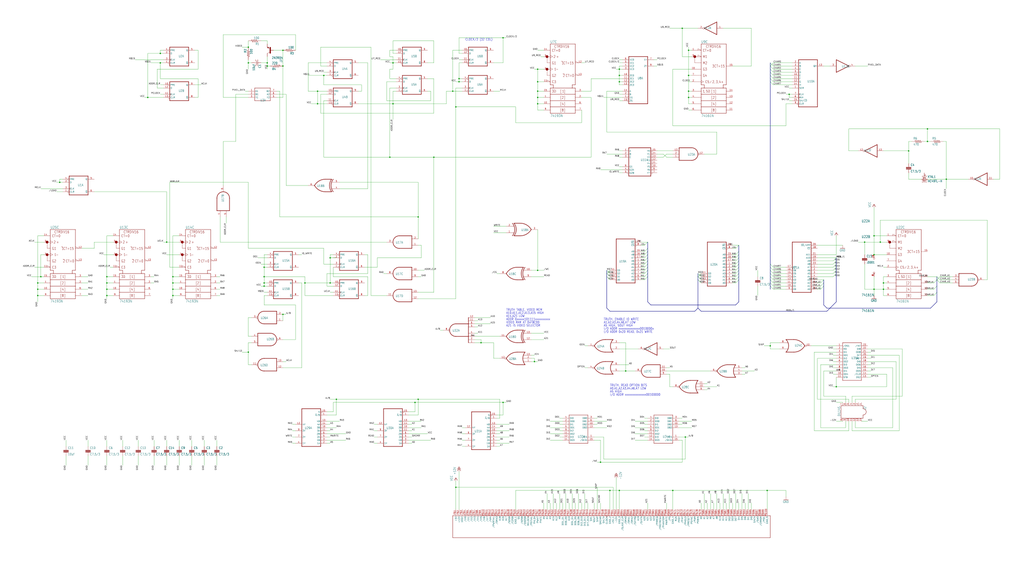
<source format=kicad_sch>
(kicad_sch (version 20211123) (generator eeschema)
  (paper "User" 827.278 454.99)
  (junction (at 335.28 325.12))
  (junction (at 350.52 127))
  (junction (at 500.38 55.88))
  (junction (at 261.62 60.96))
  (junction (at 30.48 238.76))
  (junction (at 622.3 279.4))
  (junction (at 698.5 195.58))
  (junction (at 33.02 223.52))
  (junction (at 129.54 43.18))
  (junction (at 706.12 190.5))
  (junction (at 637.54 76.2))
  (junction (at 317.5 50.8))
  (junction (at 749.3 114.3))
  (junction (at 213.36 215.9))
  (junction (at 406.4 325.12))
  (junction (at 134.62 195.58))
  (junction (at 86.36 223.52))
  (junction (at 556.26 73.66))
  (junction (at 500.38 396.24))
  (junction (at 139.7 228.6))
  (junction (at 213.36 228.6))
  (junction (at 505.46 299.72))
  (junction (at 749.3 104.14))
  (junction (at 30.48 228.6))
  (junction (at 734.06 121.92))
  (junction (at 556.26 40.64))
  (junction (at 711.2 195.58))
  (junction (at 706.12 205.74))
  (junction (at 256.54 73.66))
  (junction (at 337.82 322.58))
  (junction (at 139.7 238.76))
  (junction (at 434.34 83.82))
  (junction (at 365.76 73.66))
  (junction (at 434.34 73.66))
  (junction (at 314.96 127))
  (junction (at 764.54 144.78))
  (junction (at 713.74 233.68))
  (junction (at 406.4 30.48))
  (junction (at 256.54 83.82))
  (junction (at 388.62 276.86))
  (junction (at 370.84 63.5))
  (junction (at 556.26 78.74))
  (junction (at 434.34 66.04))
  (junction (at 434.34 218.44))
  (junction (at 266.7 228.6))
  (junction (at 500.38 66.04))
  (junction (at 86.36 228.6))
  (junction (at 30.48 233.68))
  (junction (at 200.66 38.1))
  (junction (at 139.7 223.52))
  (junction (at 271.78 322.58))
  (junction (at 119.38 78.74))
  (junction (at 200.66 284.48))
  (junction (at 675.64 312.42))
  (junction (at 266.7 208.28))
  (junction (at 556.26 60.96))
  (junction (at 485.14 373.38))
  (junction (at 200.66 50.8))
  (junction (at 228.6 254))
  (junction (at 543.56 396.24))
  (junction (at 86.36 238.76))
  (junction (at 337.82 175.26))
  (junction (at 434.34 78.74))
  (junction (at 368.3 393.7))
  (junction (at 434.34 55.88))
  (junction (at 215.9 53.34))
  (junction (at 492.76 396.24))
  (junction (at 551.18 22.86))
  (junction (at 48.26 147.32))
  (junction (at 86.36 233.68))
  (junction (at 228.6 40.64))
  (junction (at 139.7 233.68))
  (junction (at 370.84 66.04))
  (junction (at 246.38 228.6))
  (junction (at 368.3 86.36))
  (junction (at 619.76 396.24))
  (junction (at 213.36 231.14))
  (junction (at 500.38 60.96))
  (junction (at 706.12 233.68))
  (junction (at 713.74 228.6))
  (junction (at 129.54 50.8))
  (junction (at 228.6 53.34))
  (junction (at 317.5 83.82))
  (junction (at 553.72 353.06))
  (junction (at 213.36 223.52))
  (junction (at 431.8 292.1))
  (junction (at 215.9 50.8))
  (bus_entry (at 520.7 218.44) (size 2.54 -2.54))
  (bus_entry (at 520.7 210.82) (size 2.54 -2.54))
  (bus_entry (at 594.36 228.6) (size 2.54 -2.54))
  (bus_entry (at 520.7 213.36) (size 2.54 -2.54))
  (bus_entry (at 520.7 220.98) (size 2.54 -2.54))
  (bus_entry (at 594.36 200.66) (size 2.54 -2.54))
  (bus_entry (at 662.94 231.14) (size 2.54 -2.54))
  (bus_entry (at 624.84 68.58) (size -2.54 -2.54))
  (bus_entry (at 624.84 55.88) (size -2.54 -2.54))
  (bus_entry (at 673.1 210.82) (size 2.54 -2.54))
  (bus_entry (at 624.84 218.44) (size -2.54 -2.54))
  (bus_entry (at 520.7 203.2) (size 2.54 -2.54))
  (bus_entry (at 520.7 215.9) (size 2.54 -2.54))
  (bus_entry (at 624.84 215.9) (size -2.54 -2.54))
  (bus_entry (at 594.36 213.36) (size 2.54 -2.54))
  (bus_entry (at 624.84 63.5) (size -2.54 -2.54))
  (bus_entry (at 759.46 223.52) (size -2.54 2.54))
  (bus_entry (at 566.42 220.98) (size -2.54 2.54))
  (bus_entry (at 594.36 210.82) (size 2.54 -2.54))
  (bus_entry (at 594.36 218.44) (size 2.54 -2.54))
  (bus_entry (at 594.36 208.28) (size 2.54 -2.54))
  (bus_entry (at 759.46 228.6) (size -2.54 -2.54))
  (bus_entry (at 673.1 220.98) (size 2.54 -2.54))
  (bus_entry (at 566.42 226.06) (size -2.54 -2.54))
  (bus_entry (at 520.7 223.52) (size 2.54 -2.54))
  (bus_entry (at 624.84 53.34) (size -2.54 -2.54))
  (bus_entry (at 520.7 205.74) (size 2.54 -2.54))
  (bus_entry (at 492.76 220.98) (size -2.54 -2.54))
  (bus_entry (at 624.84 50.8) (size -2.54 2.54))
  (bus_entry (at 492.76 226.06) (size -2.54 -2.54))
  (bus_entry (at 673.1 213.36) (size 2.54 -2.54))
  (bus_entry (at 594.36 215.9) (size 2.54 -2.54))
  (bus_entry (at 492.76 223.52) (size -2.54 -2.54))
  (bus_entry (at 624.84 220.98) (size -2.54 -2.54))
  (bus_entry (at 673.1 215.9) (size 2.54 -2.54))
  (bus_entry (at 662.94 228.6) (size 2.54 -2.54))
  (bus_entry (at 566.42 223.52) (size -2.54 -2.54))
  (bus_entry (at 759.46 226.06) (size -2.54 -2.54))
  (bus_entry (at 624.84 233.68) (size -2.54 -2.54))
  (bus_entry (at 673.1 223.52) (size 2.54 -2.54))
  (bus_entry (at 624.84 228.6) (size -2.54 -2.54))
  (bus_entry (at 520.7 198.12) (size 2.54 -2.54))
  (bus_entry (at 520.7 226.06) (size 2.54 -2.54))
  (bus_entry (at 624.84 58.42) (size -2.54 -2.54))
  (bus_entry (at 754.38 228.6) (size 2.54 -2.54))
  (bus_entry (at 594.36 223.52) (size 2.54 -2.54))
  (bus_entry (at 624.84 60.96) (size -2.54 -2.54))
  (bus_entry (at 492.76 218.44) (size -2.54 2.54))
  (bus_entry (at 662.94 233.68) (size 2.54 -2.54))
  (bus_entry (at 594.36 226.06) (size 2.54 -2.54))
  (bus_entry (at 566.42 228.6) (size -2.54 -2.54))
  (bus_entry (at 624.84 226.06) (size -2.54 -2.54))
  (bus_entry (at 673.1 218.44) (size 2.54 -2.54))
  (bus_entry (at 594.36 205.74) (size 2.54 -2.54))
  (bus_entry (at 594.36 220.98) (size 2.54 -2.54))
  (bus_entry (at 624.84 66.04) (size -2.54 -2.54))
  (bus_entry (at 624.84 231.14) (size -2.54 -2.54))
  (bus_entry (at 520.7 208.28) (size 2.54 -2.54))
  (bus_entry (at 754.38 238.76) (size 2.54 -2.54))
  (bus_entry (at 754.38 233.68) (size 2.54 -2.54))
  (bus_entry (at 624.84 223.52) (size -2.54 -2.54))
  (wire (pts (xy 144.78 205.74) (xy 134.62 205.74)))
  (wire (pts (xy 264.16 73.66) (xy 256.54 73.66)))
  (wire (pts (xy 99.06 368.3) (xy 99.06 375.92)))
  (wire (pts (xy 213.36 223.52) (xy 213.36 228.6)))
  (wire (pts (xy 299.72 238.76) (xy 299.72 38.1)))
  (wire (pts (xy 269.24 215.9) (xy 269.24 223.52)))
  (wire (pts (xy 314.96 45.72) (xy 317.5 45.72)))
  (wire (pts (xy 701.04 287.02) (xy 726.44 287.02)))
  (wire (pts (xy 434.34 83.82) (xy 434.34 88.9)))
  (wire (pts (xy 734.06 114.3) (xy 734.06 121.92)))
  (wire (pts (xy 132.08 68.58) (xy 129.54 68.58)))
  (wire (pts (xy 139.7 190.5) (xy 139.7 223.52)))
  (wire (pts (xy 429.26 289.56) (xy 431.8 289.56)))
  (bus (pts (xy 523.24 205.74) (xy 523.24 203.2)))
  (wire (pts (xy 713.74 228.6) (xy 713.74 223.52)))
  (wire (pts (xy 340.36 198.12) (xy 340.36 208.28)))
  (wire (pts (xy 297.18 223.52) (xy 297.18 238.76)))
  (wire (pts (xy 416.56 411.48) (xy 416.56 396.24)))
  (wire (pts (xy 129.54 43.18) (xy 129.54 40.64)))
  (wire (pts (xy 431.8 292.1) (xy 434.34 292.1)))
  (wire (pts (xy 119.38 78.74) (xy 116.84 78.74)))
  (wire (pts (xy 200.66 38.1) (xy 195.58 38.1)))
  (wire (pts (xy 541.02 312.42) (xy 543.56 312.42)))
  (wire (pts (xy 474.98 297.18) (xy 472.44 297.18)))
  (wire (pts (xy 454.66 350.52) (xy 444.5 350.52)))
  (wire (pts (xy 134.62 368.3) (xy 134.62 375.92)))
  (wire (pts (xy 335.28 325.12) (xy 335.28 332.74)))
  (wire (pts (xy 215.9 205.74) (xy 213.36 205.74)))
  (wire (pts (xy 248.92 73.66) (xy 256.54 73.66)))
  (wire (pts (xy 655.32 279.4) (xy 675.64 279.4)))
  (wire (pts (xy 543.56 121.92) (xy 530.86 121.92)))
  (wire (pts (xy 551.18 45.72) (xy 551.18 22.86)))
  (wire (pts (xy 289.56 73.66) (xy 292.1 73.66)))
  (wire (pts (xy 383.54 256.54) (xy 396.24 256.54)))
  (wire (pts (xy 701.04 292.1) (xy 723.9 292.1)))
  (wire (pts (xy 139.7 233.68) (xy 144.78 233.68)))
  (wire (pts (xy 347.98 81.28) (xy 347.98 73.66)))
  (bus (pts (xy 596.9 215.9) (xy 596.9 218.44)))
  (bus (pts (xy 490.22 220.98) (xy 490.22 218.44)))
  (wire (pts (xy 688.34 320.04) (xy 688.34 325.12)))
  (wire (pts (xy 523.24 347.98) (xy 520.7 347.98)))
  (bus (pts (xy 525.78 246.38) (xy 523.24 243.84)))
  (wire (pts (xy 716.28 223.52) (xy 713.74 223.52)))
  (wire (pts (xy 350.52 33.02) (xy 350.52 50.8)))
  (wire (pts (xy 246.38 223.52) (xy 213.36 223.52)))
  (wire (pts (xy 502.92 134.62) (xy 500.38 134.62)))
  (bus (pts (xy 756.92 226.06) (xy 756.92 223.52)))
  (wire (pts (xy 523.24 355.6) (xy 513.08 355.6)))
  (wire (pts (xy 33.02 205.74) (xy 33.02 223.52)))
  (wire (pts (xy 139.7 238.76) (xy 139.7 241.3)))
  (wire (pts (xy 213.36 205.74) (xy 213.36 215.9)))
  (wire (pts (xy 434.34 73.66) (xy 434.34 78.74)))
  (wire (pts (xy 706.12 233.68) (xy 706.12 238.76)))
  (wire (pts (xy 111.76 360.68) (xy 111.76 355.6)))
  (wire (pts (xy 482.6 411.48) (xy 482.6 393.7)))
  (bus (pts (xy 675.64 213.36) (xy 675.64 215.9)))
  (wire (pts (xy 675.64 297.18) (xy 673.1 297.18)))
  (bus (pts (xy 756.92 236.22) (xy 756.92 231.14)))
  (wire (pts (xy 365.76 73.66) (xy 360.68 73.66)))
  (bus (pts (xy 561.34 251.46) (xy 492.76 251.46)))
  (wire (pts (xy 500.38 294.64) (xy 508 294.64)))
  (wire (pts (xy 175.26 233.68) (xy 177.8 233.68)))
  (wire (pts (xy 35.56 195.58) (xy 27.94 195.58)))
  (wire (pts (xy 330.2 358.14) (xy 332.74 358.14)))
  (wire (pts (xy 86.36 368.3) (xy 86.36 375.92)))
  (wire (pts (xy 261.62 213.36) (xy 261.62 200.66)))
  (wire (pts (xy 408.94 182.88) (xy 398.78 182.88)))
  (wire (pts (xy 716.28 215.9) (xy 713.74 215.9)))
  (wire (pts (xy 518.16 220.98) (xy 520.7 220.98)))
  (wire (pts (xy 749.3 144.78) (xy 764.54 144.78)))
  (wire (pts (xy 30.48 190.5) (xy 30.48 228.6)))
  (wire (pts (xy 492.76 411.48) (xy 492.76 396.24)))
  (wire (pts (xy 238.76 353.06) (xy 236.22 353.06)))
  (wire (pts (xy 591.82 411.48) (xy 591.82 406.4)))
  (wire (pts (xy 675.64 304.8) (xy 675.64 312.42)))
  (wire (pts (xy 502.92 48.26) (xy 500.38 48.26)))
  (wire (pts (xy 607.06 411.48) (xy 607.06 406.4)))
  (wire (pts (xy 401.32 342.9) (xy 411.48 342.9)))
  (wire (pts (xy 431.8 292.1) (xy 429.26 292.1)))
  (wire (pts (xy 383.54 276.86) (xy 388.62 276.86)))
  (wire (pts (xy 241.3 228.6) (xy 243.84 228.6)))
  (wire (pts (xy 50.8 144.78) (xy 48.26 144.78)))
  (wire (pts (xy 502.92 121.92) (xy 500.38 121.92)))
  (wire (pts (xy 264.16 347.98) (xy 266.7 347.98)))
  (wire (pts (xy 314.96 127) (xy 261.62 127)))
  (wire (pts (xy 416.56 99.06) (xy 469.9 99.06)))
  (wire (pts (xy 571.5 411.48) (xy 571.5 406.4)))
  (wire (pts (xy 502.92 63.5) (xy 477.52 63.5)))
  (bus (pts (xy 523.24 213.36) (xy 523.24 210.82)))
  (wire (pts (xy 713.74 233.68) (xy 713.74 228.6)))
  (wire (pts (xy 314.96 63.5) (xy 314.96 55.88)))
  (wire (pts (xy 320.04 40.64) (xy 314.96 40.64)))
  (wire (pts (xy 175.26 228.6) (xy 177.8 228.6)))
  (wire (pts (xy 99.06 360.68) (xy 99.06 355.6)))
  (wire (pts (xy 518.16 210.82) (xy 520.7 210.82)))
  (wire (pts (xy 345.44 73.66) (xy 347.98 73.66)))
  (wire (pts (xy 568.96 312.42) (xy 579.12 312.42)))
  (wire (pts (xy 685.8 347.98) (xy 685.8 340.36)))
  (wire (pts (xy 683.26 345.44) (xy 683.26 340.36)))
  (wire (pts (xy 320.04 50.8) (xy 317.5 50.8)))
  (wire (pts (xy 591.82 220.98) (xy 594.36 220.98)))
  (wire (pts (xy 523.24 350.52) (xy 513.08 350.52)))
  (wire (pts (xy 317.5 33.02) (xy 350.52 33.02)))
  (wire (pts (xy 584.2 22.86) (xy 607.06 22.86)))
  (wire (pts (xy 439.42 73.66) (xy 434.34 73.66)))
  (wire (pts (xy 454.66 355.6) (xy 444.5 355.6)))
  (wire (pts (xy 449.58 411.48) (xy 449.58 406.4)))
  (wire (pts (xy 50.8 154.94) (xy 45.72 154.94)))
  (bus (pts (xy 596.9 223.52) (xy 596.9 226.06)))
  (wire (pts (xy 160.02 40.64) (xy 160.02 55.88)))
  (wire (pts (xy 398.78 50.8) (xy 406.4 50.8)))
  (wire (pts (xy 269.24 205.74) (xy 266.7 205.74)))
  (wire (pts (xy 243.84 297.18) (xy 228.6 297.18)))
  (wire (pts (xy 688.34 347.98) (xy 688.34 340.36)))
  (wire (pts (xy 182.88 175.26) (xy 182.88 180.34)))
  (wire (pts (xy 589.28 411.48) (xy 589.28 398.78)))
  (wire (pts (xy 439.42 66.04) (xy 434.34 66.04)))
  (wire (pts (xy 350.52 63.5) (xy 350.52 91.44)))
  (wire (pts (xy 35.56 223.52) (xy 33.02 223.52)))
  (wire (pts (xy 538.48 297.18) (xy 541.02 297.18)))
  (wire (pts (xy 586.74 411.48) (xy 586.74 406.4)))
  (wire (pts (xy 50.8 147.32) (xy 48.26 147.32)))
  (wire (pts (xy 429.26 287.02) (xy 431.8 287.02)))
  (wire (pts (xy 452.12 411.48) (xy 452.12 398.78)))
  (wire (pts (xy 132.08 43.18) (xy 129.54 43.18)))
  (wire (pts (xy 543.56 101.6) (xy 635 101.6)))
  (wire (pts (xy 335.28 332.74) (xy 330.2 332.74)))
  (wire (pts (xy 48.26 144.78) (xy 48.26 147.32)))
  (wire (pts (xy 469.9 411.48) (xy 469.9 406.4)))
  (wire (pts (xy 350.52 91.44) (xy 259.08 91.44)))
  (wire (pts (xy 337.82 198.12) (xy 340.36 198.12)))
  (wire (pts (xy 401.32 355.6) (xy 403.86 355.6)))
  (wire (pts (xy 701.04 281.94) (xy 728.98 281.94)))
  (wire (pts (xy 337.82 335.28) (xy 330.2 335.28)))
  (wire (pts (xy 30.48 233.68) (xy 30.48 238.76)))
  (bus (pts (xy 523.24 218.44) (xy 523.24 215.9)))
  (wire (pts (xy 701.04 299.72) (xy 703.58 299.72)))
  (wire (pts (xy 716.28 190.5) (xy 706.12 190.5)))
  (wire (pts (xy 472.44 411.48) (xy 472.44 398.78)))
  (wire (pts (xy 662.94 294.64) (xy 662.94 345.44)))
  (wire (pts (xy 337.82 322.58) (xy 403.86 322.58)))
  (wire (pts (xy 640.08 60.96) (xy 624.84 60.96)))
  (wire (pts (xy 297.18 50.8) (xy 289.56 50.8)))
  (wire (pts (xy 500.38 60.96) (xy 500.38 66.04)))
  (wire (pts (xy 401.32 358.14) (xy 411.48 358.14)))
  (wire (pts (xy 538.48 411.48) (xy 538.48 406.4)))
  (wire (pts (xy 314.96 55.88) (xy 317.5 55.88)))
  (wire (pts (xy 485.14 373.38) (xy 482.6 373.38)))
  (wire (pts (xy 558.8 60.96) (xy 556.26 60.96)))
  (wire (pts (xy 154.94 360.68) (xy 154.94 355.6)))
  (wire (pts (xy 518.16 205.74) (xy 520.7 205.74)))
  (wire (pts (xy 373.38 50.8) (xy 370.84 50.8)))
  (wire (pts (xy 640.08 50.8) (xy 624.84 50.8)))
  (bus (pts (xy 756.92 231.14) (xy 756.92 226.06)))
  (wire (pts (xy 375.92 345.44) (xy 373.38 345.44)))
  (wire (pts (xy 180.34 27.94) (xy 180.34 78.74)))
  (wire (pts (xy 518.16 208.28) (xy 520.7 208.28)))
  (wire (pts (xy 160.02 55.88) (xy 127 55.88)))
  (wire (pts (xy 548.64 337.82) (xy 551.18 337.82)))
  (wire (pts (xy 502.92 124.46) (xy 490.22 124.46)))
  (wire (pts (xy 759.46 228.6) (xy 769.62 228.6)))
  (wire (pts (xy 134.62 195.58) (xy 132.08 195.58)))
  (wire (pts (xy 304.8 347.98) (xy 302.26 347.98)))
  (wire (pts (xy 500.38 396.24) (xy 543.56 396.24)))
  (wire (pts (xy 553.72 353.06) (xy 556.26 353.06)))
  (wire (pts (xy 383.54 269.24) (xy 386.08 269.24)))
  (wire (pts (xy 698.5 233.68) (xy 706.12 233.68)))
  (wire (pts (xy 640.08 53.34) (xy 624.84 53.34)))
  (wire (pts (xy 660.4 228.6) (xy 662.94 228.6)))
  (wire (pts (xy 86.36 228.6) (xy 91.44 228.6)))
  (wire (pts (xy 505.46 276.86) (xy 505.46 299.72)))
  (bus (pts (xy 622.3 213.36) (xy 622.3 66.04)))
  (wire (pts (xy 264.16 340.36) (xy 274.32 340.36)))
  (wire (pts (xy 574.04 411.48) (xy 574.04 398.78)))
  (wire (pts (xy 337.82 175.26) (xy 337.82 193.04)))
  (wire (pts (xy 165.1 360.68) (xy 165.1 355.6)))
  (wire (pts (xy 190.5 76.2) (xy 200.66 76.2)))
  (wire (pts (xy 297.18 238.76) (xy 294.64 238.76)))
  (wire (pts (xy 591.82 53.34) (xy 607.06 53.34)))
  (bus (pts (xy 622.3 223.52) (xy 622.3 220.98)))
  (wire (pts (xy 215.9 33.02) (xy 215.9 35.56)))
  (wire (pts (xy 558.8 55.88) (xy 543.56 55.88)))
  (wire (pts (xy 231.14 149.86) (xy 231.14 76.2)))
  (wire (pts (xy 429.26 223.52) (xy 439.42 223.52)))
  (wire (pts (xy 368.3 86.36) (xy 368.3 71.12)))
  (wire (pts (xy 490.22 106.68) (xy 490.22 73.66)))
  (wire (pts (xy 759.46 226.06) (xy 769.62 226.06)))
  (wire (pts (xy 127 55.88) (xy 127 71.12)))
  (wire (pts (xy 317.5 83.82) (xy 317.5 73.66)))
  (wire (pts (xy 132.08 50.8) (xy 129.54 50.8)))
  (wire (pts (xy 502.92 55.88) (xy 500.38 55.88)))
  (wire (pts (xy 523.24 342.9) (xy 520.7 342.9)))
  (wire (pts (xy 261.62 81.28) (xy 264.16 81.28)))
  (wire (pts (xy 144.78 368.3) (xy 144.78 375.92)))
  (bus (pts (xy 523.24 215.9) (xy 523.24 213.36)))
  (wire (pts (xy 523.24 411.48) (xy 523.24 406.4)))
  (wire (pts (xy 50.8 152.4) (xy 33.02 152.4)))
  (wire (pts (xy 480.06 337.82) (xy 482.6 337.82)))
  (wire (pts (xy 360.68 83.82) (xy 317.5 83.82)))
  (wire (pts (xy 228.6 40.64) (xy 228.6 53.34)))
  (bus (pts (xy 490.22 248.92) (xy 490.22 223.52)))
  (wire (pts (xy 259.08 53.34) (xy 264.16 53.34)))
  (wire (pts (xy 576.58 411.48) (xy 576.58 406.4)))
  (wire (pts (xy 373.38 66.04) (xy 370.84 66.04)))
  (wire (pts (xy 261.62 60.96) (xy 248.92 60.96)))
  (wire (pts (xy 200.66 73.66) (xy 198.12 73.66)))
  (wire (pts (xy 304.8 208.28) (xy 304.8 215.9)))
  (wire (pts (xy 215.9 213.36) (xy 210.82 213.36)))
  (wire (pts (xy 91.44 190.5) (xy 86.36 190.5)))
  (wire (pts (xy 660.4 289.56) (xy 660.4 322.58)))
  (wire (pts (xy 375.92 355.6) (xy 373.38 355.6)))
  (wire (pts (xy 246.38 238.76) (xy 246.38 228.6)))
  (wire (pts (xy 657.86 284.48) (xy 657.86 347.98)))
  (wire (pts (xy 523.24 337.82) (xy 520.7 337.82)))
  (bus (pts (xy 596.9 243.84) (xy 594.36 246.38)))
  (wire (pts (xy 723.9 322.58) (xy 690.88 322.58)))
  (wire (pts (xy 640.08 66.04) (xy 624.84 66.04)))
  (wire (pts (xy 111.76 368.3) (xy 111.76 375.92)))
  (wire (pts (xy 370.84 30.48) (xy 370.84 43.18)))
  (wire (pts (xy 127 71.12) (xy 132.08 71.12)))
  (wire (pts (xy 134.62 154.94) (xy 76.2 154.94)))
  (wire (pts (xy 271.78 322.58) (xy 337.82 322.58)))
  (bus (pts (xy 594.36 246.38) (xy 525.78 246.38)))
  (wire (pts (xy 619.76 396.24) (xy 635 396.24)))
  (wire (pts (xy 121.92 228.6) (xy 124.46 228.6)))
  (wire (pts (xy 556.26 40.64) (xy 556.26 38.1)))
  (wire (pts (xy 304.8 353.06) (xy 302.26 353.06)))
  (wire (pts (xy 535.94 281.94) (xy 541.02 281.94)))
  (wire (pts (xy 337.82 147.32) (xy 337.82 175.26)))
  (wire (pts (xy 134.62 195.58) (xy 134.62 154.94)))
  (wire (pts (xy 782.32 144.78) (xy 764.54 144.78)))
  (wire (pts (xy 594.36 411.48) (xy 594.36 398.78)))
  (wire (pts (xy 35.56 205.74) (xy 33.02 205.74)))
  (bus (pts (xy 622.3 215.9) (xy 622.3 213.36)))
  (wire (pts (xy 701.04 302.26) (xy 716.28 302.26)))
  (wire (pts (xy 591.82 198.12) (xy 596.9 198.12)))
  (wire (pts (xy 502.92 66.04) (xy 500.38 66.04)))
  (wire (pts (xy 71.12 360.68) (xy 71.12 355.6)))
  (wire (pts (xy 543.56 411.48) (xy 543.56 396.24)))
  (bus (pts (xy 596.9 208.28) (xy 596.9 210.82)))
  (wire (pts (xy 579.12 124.46) (xy 579.12 106.68)))
  (wire (pts (xy 53.34 368.3) (xy 53.34 375.92)))
  (wire (pts (xy 71.12 368.3) (xy 71.12 375.92)))
  (wire (pts (xy 680.72 340.36) (xy 675.64 340.36)))
  (wire (pts (xy 635 218.44) (xy 624.84 218.44)))
  (wire (pts (xy 518.16 203.2) (xy 520.7 203.2)))
  (wire (pts (xy 635 226.06) (xy 624.84 226.06)))
  (bus (pts (xy 563.88 226.06) (xy 563.88 248.92)))
  (wire (pts (xy 701.04 284.48) (xy 703.58 284.48)))
  (wire (pts (xy 635 83.82) (xy 640.08 83.82)))
  (wire (pts (xy 454.66 345.44) (xy 444.5 345.44)))
  (wire (pts (xy 175.26 223.52) (xy 177.8 223.52)))
  (wire (pts (xy 157.48 40.64) (xy 160.02 40.64)))
  (wire (pts (xy 365.76 73.66) (xy 365.76 40.64)))
  (wire (pts (xy 317.5 43.18) (xy 317.5 33.02)))
  (bus (pts (xy 665.48 228.6) (xy 665.48 231.14)))
  (wire (pts (xy 584.2 411.48) (xy 584.2 398.78)))
  (wire (pts (xy 269.24 228.6) (xy 266.7 228.6)))
  (wire (pts (xy 406.4 50.8) (xy 406.4 30.48)))
  (wire (pts (xy 553.72 353.06) (xy 548.64 353.06)))
  (wire (pts (xy 500.38 60.96) (xy 500.38 55.88)))
  (wire (pts (xy 675.64 299.72) (xy 665.48 299.72)))
  (bus (pts (xy 563.88 220.98) (xy 563.88 223.52)))
  (wire (pts (xy 320.04 71.12) (xy 314.96 71.12)))
  (wire (pts (xy 200.66 200.66) (xy 200.66 147.32)))
  (wire (pts (xy 660.4 210.82) (xy 673.1 210.82)))
  (bus (pts (xy 596.9 203.2) (xy 596.9 205.74)))
  (wire (pts (xy 177.8 195.58) (xy 177.8 175.26)))
  (wire (pts (xy 238.76 40.64) (xy 238.76 27.94)))
  (wire (pts (xy 132.08 48.26) (xy 109.22 48.26)))
  (wire (pts (xy 477.52 73.66) (xy 469.9 73.66)))
  (wire (pts (xy 269.24 238.76) (xy 246.38 238.76)))
  (wire (pts (xy 406.4 335.28) (xy 406.4 325.12)))
  (wire (pts (xy 200.66 147.32) (xy 137.16 147.32)))
  (wire (pts (xy 581.66 411.48) (xy 581.66 406.4)))
  (wire (pts (xy 685.8 121.92) (xy 693.42 121.92)))
  (bus (pts (xy 622.3 228.6) (xy 622.3 226.06)))
  (wire (pts (xy 535.94 124.46) (xy 538.48 127)))
  (wire (pts (xy 469.9 50.8) (xy 472.44 50.8)))
  (wire (pts (xy 439.42 55.88) (xy 434.34 55.88)))
  (bus (pts (xy 622.3 226.06) (xy 622.3 223.52)))
  (bus (pts (xy 596.9 220.98) (xy 596.9 223.52)))
  (wire (pts (xy 337.82 322.58) (xy 337.82 335.28)))
  (wire (pts (xy 558.8 88.9) (xy 556.26 88.9)))
  (wire (pts (xy 640.08 58.42) (xy 624.84 58.42)))
  (wire (pts (xy 76.2 195.58) (xy 91.44 195.58)))
  (wire (pts (xy 264.16 353.06) (xy 266.7 353.06)))
  (wire (pts (xy 248.92 50.8) (xy 248.92 73.66)))
  (wire (pts (xy 538.48 127) (xy 543.56 127)))
  (bus (pts (xy 622.3 60.96) (xy 622.3 58.42)))
  (wire (pts (xy 264.16 335.28) (xy 271.78 335.28)))
  (bus (pts (xy 566.42 251.46) (xy 563.88 248.92)))
  (wire (pts (xy 596.9 411.48) (xy 596.9 406.4)))
  (wire (pts (xy 764.54 114.3) (xy 762 114.3)))
  (wire (pts (xy 454.66 347.98) (xy 452.12 347.98)))
  (wire (pts (xy 200.66 276.86) (xy 203.2 276.86)))
  (wire (pts (xy 86.36 223.52) (xy 91.44 223.52)))
  (wire (pts (xy 269.24 223.52) (xy 297.18 223.52)))
  (wire (pts (xy 312.42 220.98) (xy 309.88 220.98)))
  (bus (pts (xy 523.24 220.98) (xy 523.24 218.44)))
  (bus (pts (xy 675.64 215.9) (xy 675.64 218.44)))
  (wire (pts (xy 30.48 238.76) (xy 35.56 238.76)))
  (wire (pts (xy 558.8 45.72) (xy 551.18 45.72)))
  (wire (pts (xy 121.92 223.52) (xy 124.46 223.52)))
  (wire (pts (xy 76.2 200.66) (xy 76.2 195.58)))
  (bus (pts (xy 756.92 243.84) (xy 756.92 236.22)))
  (wire (pts (xy 358.14 266.7) (xy 355.6 266.7)))
  (wire (pts (xy 721.36 345.44) (xy 690.88 345.44)))
  (wire (pts (xy 764.54 144.78) (xy 764.54 152.4)))
  (wire (pts (xy 497.84 411.48) (xy 497.84 386.08)))
  (wire (pts (xy 401.32 335.28) (xy 406.4 335.28)))
  (wire (pts (xy 215.9 53.34) (xy 218.44 53.34)))
  (wire (pts (xy 200.66 284.48) (xy 195.58 284.48)))
  (wire (pts (xy 350.52 127) (xy 350.52 236.22)))
  (bus (pts (xy 622.3 63.5) (xy 622.3 60.96)))
  (wire (pts (xy 368.3 71.12) (xy 373.38 71.12)))
  (bus (pts (xy 622.3 53.34) (xy 622.3 50.8)))
  (wire (pts (xy 591.82 215.9) (xy 594.36 215.9)))
  (wire (pts (xy 558.8 40.64) (xy 556.26 40.64)))
  (wire (pts (xy 215.9 45.72) (xy 215.9 50.8)))
  (wire (pts (xy 330.2 355.6) (xy 347.98 355.6)))
  (wire (pts (xy 495.3 411.48) (xy 495.3 393.7)))
  (wire (pts (xy 635 215.9) (xy 624.84 215.9)))
  (wire (pts (xy 388.62 274.32) (xy 383.54 274.32)))
  (wire (pts (xy 579.12 411.48) (xy 579.12 398.78)))
  (wire (pts (xy 675.64 312.42) (xy 673.1 312.42)))
  (wire (pts (xy 749.3 238.76) (xy 754.38 238.76)))
  (wire (pts (xy 320.04 63.5) (xy 314.96 63.5)))
  (wire (pts (xy 523.24 353.06) (xy 520.7 353.06)))
  (wire (pts (xy 734.06 144.78) (xy 744.22 144.78)))
  (wire (pts (xy 317.5 96.52) (xy 317.5 83.82)))
  (wire (pts (xy 312.42 66.04) (xy 312.42 81.28)))
  (wire (pts (xy 160.02 63.5) (xy 129.54 63.5)))
  (wire (pts (xy 200.66 294.64) (xy 200.66 284.48)))
  (wire (pts (xy 538.48 124.46) (xy 535.94 127)))
  (wire (pts (xy 591.82 223.52) (xy 594.36 223.52)))
  (wire (pts (xy 683.26 320.04) (xy 683.26 325.12)))
  (wire (pts (xy 716.28 233.68) (xy 713.74 233.68)))
  (bus (pts (xy 675.64 210.82) (xy 675.64 213.36)))
  (wire (pts (xy 157.48 78.74) (xy 160.02 78.74)))
  (wire (pts (xy 317.5 73.66) (xy 320.04 73.66)))
  (wire (pts (xy 518.16 218.44) (xy 520.7 218.44)))
  (wire (pts (xy 274.32 147.32) (xy 337.82 147.32)))
  (wire (pts (xy 439.42 45.72) (xy 436.88 45.72)))
  (wire (pts (xy 635 396.24) (xy 635 401.32)))
  (wire (pts (xy 269.24 325.12) (xy 269.24 332.74)))
  (wire (pts (xy 200.66 256.54) (xy 200.66 271.78)))
  (wire (pts (xy 238.76 358.14) (xy 236.22 358.14)))
  (wire (pts (xy 690.88 53.34) (xy 701.04 53.34)))
  (bus (pts (xy 622.3 66.04) (xy 622.3 63.5)))
  (wire (pts (xy 622.3 276.86) (xy 629.92 276.86)))
  (wire (pts (xy 713.74 233.68) (xy 706.12 233.68)))
  (wire (pts (xy 312.42 81.28) (xy 347.98 81.28)))
  (wire (pts (xy 297.18 220.98) (xy 264.16 220.98)))
  (wire (pts (xy 551.18 355.6) (xy 551.18 373.38)))
  (wire (pts (xy 350.52 236.22) (xy 337.82 236.22)))
  (wire (pts (xy 485.14 355.6) (xy 480.06 355.6)))
  (wire (pts (xy 759.46 223.52) (xy 769.62 223.52)))
  (wire (pts (xy 350.52 50.8) (xy 345.44 50.8)))
  (wire (pts (xy 335.28 325.12) (xy 269.24 325.12)))
  (wire (pts (xy 264.16 58.42) (xy 261.62 58.42)))
  (wire (pts (xy 228.6 53.34) (xy 228.6 78.74)))
  (wire (pts (xy 314.96 71.12) (xy 314.96 127)))
  (wire (pts (xy 635 228.6) (xy 624.84 228.6)))
  (wire (pts (xy 675.64 205.74) (xy 675.64 190.5)))
  (wire (pts (xy 675.64 292.1) (xy 673.1 292.1)))
  (wire (pts (xy 701.04 297.18) (xy 721.36 297.18)))
  (wire (pts (xy 215.9 231.14) (xy 213.36 231.14)))
  (wire (pts (xy 541.02 302.26) (xy 541.02 312.42)))
  (wire (pts (xy 607.06 53.34) (xy 607.06 22.86)))
  (wire (pts (xy 330.2 345.44) (xy 340.36 345.44)))
  (wire (pts (xy 548.64 340.36) (xy 558.8 340.36)))
  (wire (pts (xy 215.9 53.34) (xy 215.9 55.88)))
  (wire (pts (xy 271.78 322.58) (xy 266.7 322.58)))
  (wire (pts (xy 360.68 73.66) (xy 360.68 83.82)))
  (wire (pts (xy 320.04 43.18) (xy 317.5 43.18)))
  (wire (pts (xy 370.84 43.18) (xy 373.38 43.18)))
  (wire (pts (xy 434.34 88.9) (xy 439.42 88.9)))
  (wire (pts (xy 388.62 276.86) (xy 388.62 274.32)))
  (wire (pts (xy 35.56 228.6) (xy 30.48 228.6)))
  (wire (pts (xy 439.42 78.74) (xy 434.34 78.74)))
  (wire (pts (xy 518.16 213.36) (xy 520.7 213.36)))
  (wire (pts (xy 30.48 228.6) (xy 30.48 233.68)))
  (wire (pts (xy 556.26 60.96) (xy 556.26 73.66)))
  (wire (pts (xy 543.56 124.46) (xy 538.48 124.46)))
  (wire (pts (xy 685.8 322.58) (xy 685.8 325.12)))
  (wire (pts (xy 401.32 347.98) (xy 411.48 347.98)))
  (wire (pts (xy 337.82 218.44) (xy 342.9 218.44)))
  (wire (pts (xy 675.64 287.02) (xy 673.1 287.02)))
  (wire (pts (xy 304.8 358.14) (xy 302.26 358.14)))
  (wire (pts (xy 403.86 73.66) (xy 398.78 73.66)))
  (wire (pts (xy 660.4 215.9) (xy 673.1 215.9)))
  (wire (pts (xy 264.16 358.14) (xy 266.7 358.14)))
  (wire (pts (xy 264.16 355.6) (xy 279.4 355.6)))
  (bus (pts (xy 596.9 226.06) (xy 596.9 243.84)))
  (wire (pts (xy 190.5 114.3) (xy 190.5 76.2)))
  (wire (pts (xy 490.22 73.66) (xy 502.92 73.66)))
  (wire (pts (xy 129.54 43.18) (xy 119.38 43.18)))
  (wire (pts (xy 297.18 152.4) (xy 297.18 50.8)))
  (wire (pts (xy 370.84 63.5) (xy 370.84 66.04)))
  (wire (pts (xy 749.3 233.68) (xy 754.38 233.68)))
  (wire (pts (xy 713.74 238.76) (xy 713.74 233.68)))
  (wire (pts (xy 35.56 215.9) (xy 27.94 215.9)))
  (wire (pts (xy 530.86 124.46) (xy 535.94 124.46)))
  (wire (pts (xy 797.56 177.8) (xy 797.56 226.06)))
  (bus (pts (xy 563.88 248.92) (xy 561.34 251.46)))
  (bus (pts (xy 596.9 218.44) (xy 596.9 220.98)))
  (wire (pts (xy 441.96 411.48) (xy 441.96 398.78)))
  (wire (pts (xy 86.36 233.68) (xy 86.36 238.76)))
  (wire (pts (xy 317.5 50.8) (xy 314.96 50.8)))
  (wire (pts (xy 734.06 139.7) (xy 734.06 144.78)))
  (wire (pts (xy 119.38 43.18) (xy 119.38 78.74)))
  (wire (pts (xy 551.18 373.38) (xy 485.14 373.38)))
  (wire (pts (xy 403.86 289.56) (xy 398.78 289.56)))
  (wire (pts (xy 312.42 238.76) (xy 299.72 238.76)))
  (wire (pts (xy 200.66 48.26) (xy 200.66 50.8)))
  (bus (pts (xy 675.64 208.28) (xy 675.64 210.82)))
  (wire (pts (xy 241.3 205.74) (xy 243.84 205.74)))
  (wire (pts (xy 454.66 342.9) (xy 452.12 342.9)))
  (wire (pts (xy 304.8 342.9) (xy 302.26 342.9)))
  (bus (pts (xy 622.3 231.14) (xy 622.3 228.6)))
  (wire (pts (xy 556.26 40.64) (xy 556.26 60.96)))
  (wire (pts (xy 502.92 139.7) (xy 500.38 139.7)))
  (wire (pts (xy 500.38 68.58) (xy 502.92 68.58)))
  (wire (pts (xy 86.36 233.68) (xy 91.44 233.68)))
  (wire (pts (xy 180.34 78.74) (xy 200.66 78.74)))
  (wire (pts (xy 591.82 200.66) (xy 594.36 200.66)))
  (wire (pts (xy 139.7 233.68) (xy 139.7 238.76)))
  (wire (pts (xy 660.4 213.36) (xy 673.1 213.36)))
  (wire (pts (xy 675.64 302.26) (xy 673.1 302.26)))
  (wire (pts (xy 487.68 353.06) (xy 487.68 370.84)))
  (wire (pts (xy 403.86 322.58) (xy 403.86 337.82)))
  (wire (pts (xy 706.12 205.74) (xy 706.12 190.5)))
  (wire (pts (xy 264.16 220.98) (xy 264.16 231.14)))
  (wire (pts (xy 264.16 345.44) (xy 271.78 345.44)))
  (wire (pts (xy 492.76 396.24) (xy 500.38 396.24)))
  (wire (pts (xy 337.82 223.52) (xy 340.36 223.52)))
  (wire (pts (xy 294.64 205.74) (xy 297.18 205.74)))
  (bus (pts (xy 523.24 210.82) (xy 523.24 208.28)))
  (wire (pts (xy 408.94 187.96) (xy 398.78 187.96)))
  (wire (pts (xy 568.96 309.88) (xy 571.5 309.88)))
  (wire (pts (xy 337.82 241.3) (xy 368.3 241.3)))
  (wire (pts (xy 454.66 411.48) (xy 454.66 406.4)))
  (wire (pts (xy 416.56 396.24) (xy 492.76 396.24)))
  (wire (pts (xy 505.46 299.72) (xy 500.38 299.72)))
  (wire (pts (xy 238.76 347.98) (xy 236.22 347.98)))
  (wire (pts (xy 716.28 302.26) (xy 716.28 312.42)))
  (bus (pts (xy 523.24 223.52) (xy 523.24 220.98)))
  (wire (pts (xy 807.72 104.14) (xy 807.72 144.78)))
  (wire (pts (xy 680.72 325.12) (xy 675.64 325.12)))
  (wire (pts (xy 749.3 104.14) (xy 685.8 104.14)))
  (bus (pts (xy 665.48 231.14) (xy 665.48 246.38)))
  (wire (pts (xy 711.2 177.8) (xy 797.56 177.8)))
  (bus (pts (xy 665.48 246.38) (xy 668.02 248.92)))
  (wire (pts (xy 568.96 124.46) (xy 579.12 124.46)))
  (wire (pts (xy 660.4 322.58) (xy 685.8 322.58)))
  (wire (pts (xy 568.96 314.96) (xy 571.5 314.96)))
  (wire (pts (xy 665.48 53.34) (xy 670.56 53.34)))
  (bus (pts (xy 751.84 248.92) (xy 756.92 243.84)))
  (wire (pts (xy 66.04 228.6) (xy 71.12 228.6)))
  (wire (pts (xy 660.4 233.68) (xy 662.94 233.68)))
  (wire (pts (xy 215.9 208.28) (xy 208.28 208.28)))
  (wire (pts (xy 749.3 114.3) (xy 749.3 104.14)))
  (wire (pts (xy 591.82 213.36) (xy 594.36 213.36)))
  (wire (pts (xy 711.2 195.58) (xy 711.2 177.8)))
  (bus (pts (xy 596.9 205.74) (xy 596.9 208.28)))
  (wire (pts (xy 261.62 127) (xy 261.62 81.28)))
  (wire (pts (xy 612.14 223.52) (xy 612.14 218.44)))
  (wire (pts (xy 454.66 353.06) (xy 452.12 353.06)))
  (wire (pts (xy 383.54 259.08) (xy 386.08 259.08)))
  (wire (pts (xy 264.16 350.52) (xy 279.4 350.52)))
  (wire (pts (xy 640.08 81.28) (xy 637.54 81.28)))
  (wire (pts (xy 701.04 304.8) (xy 703.58 304.8)))
  (wire (pts (xy 370.84 50.8) (xy 370.84 63.5)))
  (wire (pts (xy 728.98 281.94) (xy 728.98 320.04)))
  (wire (pts (xy 144.78 223.52) (xy 139.7 223.52)))
  (wire (pts (xy 749.3 104.14) (xy 807.72 104.14)))
  (wire (pts (xy 200.66 38.1) (xy 200.66 33.02)))
  (wire (pts (xy 144.78 360.68) (xy 144.78 355.6)))
  (wire (pts (xy 454.66 340.36) (xy 444.5 340.36)))
  (wire (pts (xy 66.04 223.52) (xy 71.12 223.52)))
  (wire (pts (xy 215.9 238.76) (xy 213.36 238.76)))
  (wire (pts (xy 434.34 55.88) (xy 434.34 66.04)))
  (bus (pts (xy 523.24 208.28) (xy 523.24 205.74)))
  (wire (pts (xy 459.74 411.48) (xy 459.74 406.4)))
  (wire (pts (xy 591.82 218.44) (xy 594.36 218.44)))
  (wire (pts (xy 228.6 274.32) (xy 238.76 274.32)))
  (wire (pts (xy 91.44 215.9) (xy 88.9 215.9)))
  (wire (pts (xy 591.82 226.06) (xy 594.36 226.06)))
  (wire (pts (xy 558.8 66.04) (xy 556.26 66.04)))
  (bus (pts (xy 523.24 203.2) (xy 523.24 200.66)))
  (wire (pts (xy 398.78 289.56) (xy 398.78 276.86)))
  (wire (pts (xy 416.56 86.36) (xy 416.56 99.06)))
  (wire (pts (xy 439.42 411.48) (xy 439.42 406.4)))
  (wire (pts (xy 373.38 63.5) (xy 370.84 63.5)))
  (wire (pts (xy 485.14 411.48) (xy 485.14 406.4)))
  (wire (pts (xy 292.1 68.58) (xy 261.62 68.58)))
  (wire (pts (xy 797.56 226.06) (xy 795.02 226.06)))
  (wire (pts (xy 35.56 190.5) (xy 30.48 190.5)))
  (wire (pts (xy 622.3 279.4) (xy 617.22 279.4)))
  (wire (pts (xy 165.1 368.3) (xy 165.1 375.92)))
  (wire (pts (xy 203.2 294.64) (xy 200.66 294.64)))
  (wire (pts (xy 269.24 236.22) (xy 266.7 236.22)))
  (bus (pts (xy 668.02 248.92) (xy 751.84 248.92)))
  (wire (pts (xy 350.52 127) (xy 314.96 127)))
  (wire (pts (xy 723.9 292.1) (xy 723.9 322.58)))
  (wire (pts (xy 500.38 276.86) (xy 505.46 276.86)))
  (wire (pts (xy 226.06 73.66) (xy 223.52 73.66)))
  (wire (pts (xy 271.78 335.28) (xy 271.78 322.58)))
  (wire (pts (xy 398.78 276.86) (xy 388.62 276.86)))
  (wire (pts (xy 370.84 30.48) (xy 406.4 30.48)))
  (wire (pts (xy 548.64 345.44) (xy 558.8 345.44)))
  (wire (pts (xy 635 223.52) (xy 624.84 223.52)))
  (wire (pts (xy 375.92 350.52) (xy 373.38 350.52)))
  (wire (pts (xy 264.16 60.96) (xy 261.62 60.96)))
  (wire (pts (xy 660.4 231.14) (xy 662.94 231.14)))
  (wire (pts (xy 706.12 233.68) (xy 706.12 223.52)))
  (wire (pts (xy 518.16 226.06) (xy 520.7 226.06)))
  (bus (pts (xy 675.64 220.98) (xy 675.64 243.84)))
  (bus (pts (xy 622.3 233.68) (xy 622.3 231.14)))
  (wire (pts (xy 591.82 210.82) (xy 594.36 210.82)))
  (wire (pts (xy 464.82 411.48) (xy 464.82 406.4)))
  (wire (pts (xy 86.36 228.6) (xy 86.36 233.68)))
  (wire (pts (xy 728.98 320.04) (xy 688.34 320.04)))
  (wire (pts (xy 599.44 302.26) (xy 601.98 302.26)))
  (wire (pts (xy 660.4 205.74) (xy 675.64 205.74)))
  (wire (pts (xy 749.3 223.52) (xy 756.92 223.52)))
  (wire (pts (xy 48.26 147.32) (xy 45.72 147.32)))
  (wire (pts (xy 231.14 76.2) (xy 223.52 76.2)))
  (wire (pts (xy 599.44 411.48) (xy 599.44 398.78)))
  (wire (pts (xy 86.36 238.76) (xy 91.44 238.76)))
  (wire (pts (xy 220.98 40.64) (xy 228.6 40.64)))
  (wire (pts (xy 660.4 226.06) (xy 665.48 226.06)))
  (wire (pts (xy 228.6 254) (xy 231.14 254)))
  (wire (pts (xy 330.2 347.98) (xy 332.74 347.98)))
  (wire (pts (xy 134.62 360.68) (xy 134.62 355.6)))
  (wire (pts (xy 317.5 45.72) (xy 317.5 50.8)))
  (wire (pts (xy 637.54 76.2) (xy 635 76.2)))
  (wire (pts (xy 261.62 68.58) (xy 261.62 60.96)))
  (wire (pts (xy 635 220.98) (xy 624.84 220.98)))
  (wire (pts (xy 330.2 350.52) (xy 345.44 350.52)))
  (wire (pts (xy 261.62 200.66) (xy 200.66 200.66)))
  (wire (pts (xy 480.06 340.36) (xy 490.22 340.36)))
  (wire (pts (xy 591.82 208.28) (xy 594.36 208.28)))
  (wire (pts (xy 215.9 236.22) (xy 213.36 236.22)))
  (wire (pts (xy 340.36 208.28) (xy 304.8 208.28)))
  (wire (pts (xy 213.36 228.6) (xy 213.36 231.14)))
  (wire (pts (xy 368.3 411.48) (xy 368.3 393.7)))
  (wire (pts (xy 553.72 370.84) (xy 553.72 353.06)))
  (wire (pts (xy 698.5 195.58) (xy 698.5 205.74)))
  (wire (pts (xy 434.34 218.44) (xy 439.42 218.44)))
  (wire (pts (xy 716.28 195.58) (xy 711.2 195.58)))
  (wire (pts (xy 698.5 195.58) (xy 693.42 195.58)))
  (bus (pts (xy 490.22 223.52) (xy 490.22 220.98)))
  (wire (pts (xy 660.4 218.44) (xy 673.1 218.44)))
  (wire (pts (xy 726.44 347.98) (xy 688.34 347.98)))
  (wire (pts (xy 434.34 185.42) (xy 434.34 218.44)))
  (wire (pts (xy 266.7 205.74) (xy 266.7 208.28)))
  (wire (pts (xy 373.38 73.66) (xy 365.76 73.66)))
  (wire (pts (xy 210.82 33.02) (xy 215.9 33.02)))
  (wire (pts (xy 434.34 66.04) (xy 434.34 73.66)))
  (wire (pts (xy 228.6 292.1) (xy 231.14 292.1)))
  (wire (pts (xy 429.26 218.44) (xy 434.34 218.44)))
  (wire (pts (xy 53.34 360.68) (xy 53.34 355.6)))
  (wire (pts (xy 480.06 411.48) (xy 480.06 406.4)))
  (wire (pts (xy 124.46 360.68) (xy 124.46 355.6)))
  (wire (pts (xy 86.36 238.76) (xy 86.36 241.3)))
  (wire (pts (xy 556.26 78.74) (xy 556.26 83.82)))
  (wire (pts (xy 518.16 198.12) (xy 520.7 198.12)))
  (wire (pts (xy 213.36 215.9) (xy 213.36 223.52)))
  (wire (pts (xy 657.86 347.98) (xy 685.8 347.98)))
  (wire (pts (xy 129.54 50.8) (xy 121.92 50.8)))
  (wire (pts (xy 154.94 368.3) (xy 154.94 375.92)))
  (wire (pts (xy 200.66 50.8) (xy 200.66 55.88)))
  (wire (pts (xy 264.16 231.14) (xy 269.24 231.14)))
  (wire (pts (xy 716.28 228.6) (xy 713.74 228.6)))
  (wire (pts (xy 33.02 223.52) (xy 25.4 223.52)))
  (wire (pts (xy 370.84 411.48) (xy 370.84 381)))
  (wire (pts (xy 660.4 208.28) (xy 675.64 208.28)))
  (wire (pts (xy 213.36 238.76) (xy 213.36 246.38)))
  (wire (pts (xy 86.36 190.5) (xy 86.36 223.52)))
  (wire (pts (xy 485.14 373.38) (xy 485.14 355.6)))
  (wire (pts (xy 746.76 114.3) (xy 749.3 114.3)))
  (wire (pts (xy 548.64 342.9) (xy 551.18 342.9)))
  (wire (pts (xy 706.12 190.5) (xy 706.12 167.64)))
  (bus (pts (xy 523.24 243.84) (xy 523.24 223.52)))
  (wire (pts (xy 228.6 78.74) (xy 223.52 78.74)))
  (wire (pts (xy 439.42 40.64) (xy 434.34 40.64)))
  (wire (pts (xy 129.54 40.64) (xy 132.08 40.64)))
  (wire (pts (xy 256.54 83.82) (xy 251.46 83.82)))
  (wire (pts (xy 749.3 228.6) (xy 754.38 228.6)))
  (wire (pts (xy 434.34 83.82) (xy 439.42 83.82)))
  (wire (pts (xy 226.06 175.26) (xy 226.06 73.66)))
  (wire (pts (xy 695.96 340.36) (xy 701.04 340.36)))
  (wire (pts (xy 264.16 342.9) (xy 266.7 342.9)))
  (bus (pts (xy 622.3 220.98) (xy 622.3 218.44)))
  (bus (pts (xy 675.64 243.84) (xy 668.02 251.46)))
  (wire (pts (xy 370.84 66.04) (xy 368.3 66.04)))
  (wire (pts (xy 716.28 238.76) (xy 713.74 238.76)))
  (wire (pts (xy 579.12 106.68) (xy 490.22 106.68)))
  (wire (pts (xy 548.64 355.6) (xy 551.18 355.6)))
  (wire (pts (xy 292.1 73.66) (xy 292.1 68.58)))
  (wire (pts (xy 406.4 30.48) (xy 408.94 30.48)))
  (wire (pts (xy 330.2 353.06) (xy 332.74 353.06)))
  (wire (pts (xy 640.08 55.88) (xy 624.84 55.88)))
  (wire (pts (xy 406.4 325.12) (xy 335.28 325.12)))
  (wire (pts (xy 373.38 48.26) (xy 370.84 48.26)))
  (bus (pts (xy 665.48 226.06) (xy 665.48 228.6)))
  (wire (pts (xy 429.26 274.32) (xy 439.42 274.32)))
  (wire (pts (xy 502.92 81.28) (xy 500.38 81.28)))
  (wire (pts (xy 701.04 289.56) (xy 703.58 289.56)))
  (wire (pts (xy 640.08 76.2) (xy 637.54 76.2)))
  (wire (pts (xy 528.32 48.26) (xy 530.86 48.26)))
  (wire (pts (xy 30.48 238.76) (xy 30.48 243.84)))
  (wire (pts (xy 264.16 83.82) (xy 256.54 83.82)))
  (wire (pts (xy 238.76 27.94) (xy 180.34 27.94)))
  (wire (pts (xy 480.06 345.44) (xy 490.22 345.44)))
  (bus (pts (xy 523.24 200.66) (xy 523.24 195.58)))
  (wire (pts (xy 685.8 104.14) (xy 685.8 121.92)))
  (wire (pts (xy 243.84 228.6) (xy 243.84 297.18)))
  (wire (pts (xy 383.54 271.78) (xy 403.86 271.78)))
  (wire (pts (xy 264.16 50.8) (xy 248.92 50.8)))
  (wire (pts (xy 675.64 284.48) (xy 657.86 284.48)))
  (wire (pts (xy 523.24 340.36) (xy 513.08 340.36)))
  (wire (pts (xy 622.3 279.4) (xy 622.3 276.86)))
  (wire (pts (xy 721.36 297.18) (xy 721.36 345.44)))
  (wire (pts (xy 500.38 411.48) (xy 500.38 396.24)))
  (wire (pts (xy 259.08 76.2) (xy 264.16 76.2)))
  (wire (pts (xy 660.4 198.12) (xy 680.72 198.12)))
  (wire (pts (xy 500.38 55.88) (xy 500.38 53.34)))
  (wire (pts (xy 256.54 73.66) (xy 256.54 83.82)))
  (wire (pts (xy 368.3 241.3) (xy 368.3 86.36)))
  (wire (pts (xy 480.06 342.9) (xy 482.6 342.9)))
  (wire (pts (xy 238.76 342.9) (xy 236.22 342.9)))
  (wire (pts (xy 675.64 294.64) (xy 662.94 294.64)))
  (wire (pts (xy 180.34 114.3) (xy 190.5 114.3)))
  (wire (pts (xy 200.66 271.78) (xy 203.2 271.78)))
  (wire (pts (xy 495.3 393.7) (xy 368.3 393.7)))
  (wire (pts (xy 429.26 269.24) (xy 439.42 269.24)))
  (wire (pts (xy 640.08 63.5) (xy 624.84 63.5)))
  (wire (pts (xy 500.38 66.04) (xy 500.38 68.58)))
  (wire (pts (xy 132.08 76.2) (xy 129.54 76.2)))
  (wire (pts (xy 266.7 228.6) (xy 246.38 228.6)))
  (wire (pts (xy 543.56 396.24) (xy 619.76 396.24)))
  (wire (pts (xy 66.04 233.68) (xy 71.12 233.68)))
  (wire (pts (xy 129.54 63.5) (xy 129.54 50.8)))
  (wire (pts (xy 368.3 393.7) (xy 368.3 388.62)))
  (wire (pts (xy 749.3 114.3) (xy 751.84 114.3)))
  (wire (pts (xy 807.72 144.78) (xy 802.64 144.78)))
  (wire (pts (xy 144.78 190.5) (xy 139.7 190.5)))
  (wire (pts (xy 175.26 238.76) (xy 177.8 238.76)))
  (wire (pts (xy 591.82 228.6) (xy 594.36 228.6)))
  (wire (pts (xy 764.54 144.78) (xy 764.54 114.3)))
  (wire (pts (xy 312.42 195.58) (xy 177.8 195.58)))
  (wire (pts (xy 637.54 78.74) (xy 637.54 76.2)))
  (wire (pts (xy 213.36 231.14) (xy 210.82 231.14)))
  (wire (pts (xy 480.06 353.06) (xy 487.68 353.06)))
  (wire (pts (xy 454.66 337.82) (xy 452.12 337.82)))
  (wire (pts (xy 556.26 78.74) (xy 558.8 78.74)))
  (wire (pts (xy 139.7 228.6) (xy 144.78 228.6)))
  (wire (pts (xy 622.3 281.94) (xy 622.3 279.4)))
  (wire (pts (xy 271.78 208.28) (xy 266.7 208.28)))
  (wire (pts (xy 518.16 223.52) (xy 520.7 223.52)))
  (wire (pts (xy 462.28 411.48) (xy 462.28 398.78)))
  (wire (pts (xy 269.24 332.74) (xy 264.16 332.74)))
  (wire (pts (xy 401.32 350.52) (xy 403.86 350.52)))
  (wire (pts (xy 320.04 66.04) (xy 312.42 66.04)))
  (wire (pts (xy 401.32 353.06) (xy 411.48 353.06)))
  (wire (pts (xy 124.46 368.3) (xy 124.46 375.92)))
  (wire (pts (xy 599.44 299.72) (xy 609.6 299.72)))
  (wire (pts (xy 365.76 40.64) (xy 373.38 40.64)))
  (wire (pts (xy 469.9 78.74) (xy 477.52 78.74)))
  (bus (pts (xy 622.3 218.44) (xy 622.3 215.9)))
  (wire (pts (xy 35.56 233.68) (xy 30.48 233.68)))
  (wire (pts (xy 640.08 78.74) (xy 637.54 78.74)))
  (wire (pts (xy 502.92 78.74) (xy 487.68 78.74)))
  (wire (pts (xy 474.98 279.4) (xy 472.44 279.4)))
  (wire (pts (xy 701.04 294.64) (xy 703.58 294.64)))
  (wire (pts (xy 269.24 213.36) (xy 261.62 213.36)))
  (wire (pts (xy 215.9 228.6) (xy 213.36 228.6)))
  (wire (pts (xy 502.92 60.96) (xy 500.38 60.96)))
  (wire (pts (xy 660.4 223.52) (xy 673.1 223.52)))
  (wire (pts (xy 139.7 223.52) (xy 139.7 228.6)))
  (wire (pts (xy 259.08 91.44) (xy 259.08 76.2)))
  (wire (pts (xy 132.08 78.74) (xy 119.38 78.74)))
  (wire (pts (xy 477.52 78.74) (xy 477.52 127)))
  (wire (pts (xy 543.56 55.88) (xy 543.56 101.6)))
  (bus (pts (xy 622.3 55.88) (xy 622.3 53.34)))
  (wire (pts (xy 474.98 411.48) (xy 474.98 406.4)))
  (wire (pts (xy 523.24 345.44) (xy 513.08 345.44)))
  (wire (pts (xy 467.36 411.48) (xy 467.36 398.78)))
  (wire (pts (xy 139.7 238.76) (xy 144.78 238.76)))
  (wire (pts (xy 401.32 345.44) (xy 403.86 345.44)))
  (wire (pts (xy 538.48 302.26) (xy 541.02 302.26)))
  (wire (pts (xy 274.32 152.4) (xy 297.18 152.4)))
  (wire (pts (xy 137.16 215.9) (xy 144.78 215.9)))
  (wire (pts (xy 599.44 297.18) (xy 601.98 297.18)))
  (wire (pts (xy 238.76 274.32) (xy 238.76 246.38)))
  (wire (pts (xy 248.92 149.86) (xy 231.14 149.86)))
  (wire (pts (xy 457.2 411.48) (xy 457.2 398.78)))
  (wire (pts (xy 375.92 360.68) (xy 373.38 360.68)))
  (wire (pts (xy 675.64 312.42) (xy 716.28 312.42)))
  (bus (pts (xy 622.3 58.42) (xy 622.3 55.88)))
  (wire (pts (xy 502.92 50.8) (xy 500.38 50.8)))
  (wire (pts (xy 515.62 281.94) (xy 500.38 281.94)))
  (wire (pts (xy 444.5 411.48) (xy 444.5 406.4)))
  (wire (pts (xy 337.82 175.26) (xy 226.06 175.26)))
  (wire (pts (xy 716.28 205.74) (xy 706.12 205.74)))
  (wire (pts (xy 320.04 48.26) (xy 307.34 48.26)))
  (wire (pts (xy 86.36 360.68) (xy 86.36 355.6)))
  (wire (pts (xy 304.8 215.9) (xy 294.64 215.9)))
  (wire (pts (xy 160.02 78.74) (xy 160.02 63.5)))
  (bus (pts (xy 596.9 213.36) (xy 596.9 215.9)))
  (wire (pts (xy 675.64 289.56) (xy 660.4 289.56)))
  (wire (pts (xy 591.82 205.74) (xy 594.36 205.74)))
  (wire (pts (xy 180.34 149.86) (xy 180.34 114.3)))
  (wire (pts (xy 487.68 370.84) (xy 553.72 370.84)))
  (wire (pts (xy 91.44 205.74) (xy 83.82 205.74)))
  (wire (pts (xy 330.2 342.9) (xy 332.74 342.9)))
  (wire (pts (xy 383.54 261.62) (xy 396.24 261.62)))
  (bus (pts (xy 596.9 210.82) (xy 596.9 213.36)))
  (wire (pts (xy 665.48 299.72) (xy 665.48 320.04)))
  (wire (pts (xy 500.38 53.34) (xy 502.92 53.34)))
  (wire (pts (xy 556.26 73.66) (xy 556.26 78.74)))
  (wire (pts (xy 505.46 299.72) (xy 513.08 299.72)))
  (wire (pts (xy 317.5 55.88) (xy 317.5 50.8)))
  (wire (pts (xy 518.16 195.58) (xy 523.24 195.58)))
  (wire (pts (xy 551.18 22.86) (xy 563.88 22.86)))
  (wire (pts (xy 200.66 284.48) (xy 200.66 276.86)))
  (wire (pts (xy 297.18 205.74) (xy 297.18 220.98)))
  (bus (pts (xy 596.9 198.12) (xy 596.9 203.2)))
  (wire (pts (xy 629.92 281.94) (xy 622.3 281.94)))
  (wire (pts (xy 403.86 220.98) (xy 401.32 220.98)))
  (wire (pts (xy 726.44 287.02) (xy 726.44 347.98)))
  (wire (pts (xy 635 233.68) (xy 624.84 233.68)))
  (wire (pts (xy 299.72 38.1) (xy 259.08 38.1)))
  (wire (pts (xy 604.52 411.48) (xy 604.52 398.78)))
  (wire (pts (xy 203.2 256.54) (xy 200.66 256.54)))
  (wire (pts (xy 203.2 50.8) (xy 200.66 50.8)))
  (wire (pts (xy 502.92 137.16) (xy 485.14 137.16)))
  (wire (pts (xy 289.56 83.82) (xy 317.5 83.82)))
  (wire (pts (xy 612.14 231.14) (xy 612.14 238.76)))
  (wire (pts (xy 330.2 340.36) (xy 340.36 340.36)))
  (wire (pts (xy 157.48 68.58) (xy 162.56 68.58)))
  (wire (pts (xy 383.54 264.16) (xy 386.08 264.16)))
  (wire (pts (xy 139.7 228.6) (xy 139.7 233.68)))
  (wire (pts (xy 246.38 228.6) (xy 246.38 223.52)))
  (wire (pts (xy 175.26 360.68) (xy 175.26 355.6)))
  (wire (pts (xy 477.52 127) (xy 350.52 127)))
  (wire (pts (xy 698.5 213.36) (xy 698.5 233.68)))
  (wire (pts (xy 535.94 127) (xy 530.86 127)))
  (wire (pts (xy 469.9 99.06) (xy 469.9 88.9)))
  (wire (pts (xy 619.76 411.48) (xy 619.76 396.24)))
  (wire (pts (xy 477.52 63.5) (xy 477.52 73.66)))
  (bus (pts (xy 563.88 223.52) (xy 563.88 226.06)))
  (bus (pts (xy 566.42 251.46) (xy 668.02 251.46)))
  (wire (pts (xy 314.96 40.64) (xy 314.96 45.72)))
  (wire (pts (xy 431.8 289.56) (xy 431.8 292.1)))
  (wire (pts (xy 66.04 238.76) (xy 71.12 238.76)))
  (wire (pts (xy 401.32 360.68) (xy 403.86 360.68)))
  (wire (pts (xy 568.96 411.48) (xy 568.96 398.78)))
  (wire (pts (xy 66.04 200.66) (xy 76.2 200.66)))
  (wire (pts (xy 635 231.14) (xy 624.84 231.14)))
  (wire (pts (xy 566.42 411.48) (xy 566.42 406.4)))
  (wire (pts (xy 144.78 195.58) (xy 134.62 195.58)))
  (wire (pts (xy 266.7 208.28) (xy 266.7 228.6)))
  (bus (pts (xy 675.64 218.44) (xy 675.64 220.98)))
  (wire (pts (xy 538.48 299.72) (xy 574.04 299.72)))
  (wire (pts (xy 601.98 411.48) (xy 601.98 406.4)))
  (wire (pts (xy 215.9 215.9) (xy 213.36 215.9)))
  (wire (pts (xy 518.16 215.9) (xy 520.7 215.9)))
  (wire (pts (xy 434.34 55.88) (xy 431.8 55.88)))
  (wire (pts (xy 368.3 86.36) (xy 416.56 86.36)))
  (wire (pts (xy 675.64 281.94) (xy 673.1 281.94)))
  (wire (pts (xy 434.34 78.74) (xy 434.34 83.82)))
  (wire (pts (xy 86.36 223.52) (xy 86.36 228.6)))
  (wire (pts (xy 228.6 259.08) (xy 228.6 254)))
  (wire (pts (xy 447.04 411.48) (xy 447.04 398.78)))
  (wire (pts (xy 660.4 220.98) (xy 673.1 220.98)))
  (wire (pts (xy 175.26 368.3) (xy 175.26 375.92)))
  (wire (pts (xy 213.36 246.38) (xy 238.76 246.38)))
  (wire (pts (xy 502.92 127) (xy 500.38 127)))
  (wire (pts (xy 665.48 320.04) (xy 683.26 320.04)))
  (wire (pts (xy 690.88 322.58) (xy 690.88 325.12)))
  (wire (pts (xy 734.06 121.92) (xy 713.74 121.92)))
  (wire (pts (xy 690.88 345.44) (xy 690.88 340.36)))
  (wire (pts (xy 500.38 55.88) (xy 497.84 55.88)))
  (wire (pts (xy 137.16 147.32) (xy 137.16 215.9)))
  (wire (pts (xy 502.92 76.2) (xy 500.38 76.2)))
  (wire (pts (xy 541.02 22.86) (xy 551.18 22.86)))
  (wire (pts (xy 215.9 50.8) (xy 215.9 53.34)))
  (bus (pts (xy 492.76 251.46) (xy 490.22 248.92)))
  (wire (pts (xy 403.86 337.82) (xy 401.32 337.82)))
  (wire (pts (xy 640.08 71.12) (xy 637.54 71.12)))
  (wire (pts (xy 662.94 345.44) (xy 683.26 345.44)))
  (wire (pts (xy 345.44 63.5) (xy 350.52 63.5)))
  (wire (pts (xy 734.06 132.08) (xy 734.06 121.92)))
  (wire (pts (xy 640.08 68.58) (xy 624.84 68.58)))
  (wire (pts (xy 259.08 38.1) (xy 259.08 53.34)))
  (wire (pts (xy 528.32 53.34) (xy 530.86 53.34)))
  (wire (pts (xy 711.2 195.58) (xy 698.5 195.58)))
  (wire (pts (xy 635 101.6) (xy 635 83.82)))
  (wire (pts (xy 556.26 83.82) (xy 558.8 83.82)))
  (wire (pts (xy 556.26 73.66) (xy 558.8 73.66)))
  (wire (pts (xy 210.82 50.8) (xy 215.9 50.8)))
  (wire (pts (xy 734.06 114.3) (xy 736.6 114.3)))
  (wire (pts (xy 408.94 325.12) (xy 406.4 325.12)))
  (text "VIDEO RAM AT 0xFBC00" (at 408.94 261.62 180) (effects (font (size 1.778 1.5113)) (justify left bottom)))
  (text "I/O ADDR xxxxxxxxxxxxxx0010000x" (at 487.68 266.7 180) (effects (font (size 1.778 1.5113)) (justify left bottom)))
  (text "I/O ADDR xxxxxxxxxxxxxx00100000" (at 492.76 320.04 180) (effects (font (size 1.778 1.5113)) (justify left bottom)))
  (text "A5 HIGH, SOUT HIGH" (at 487.68 264.16 180) (effects (font (size 1.778 1.5113)) (justify left bottom)))
  (text "A1,A2,A3,A4,A6,A7 LOW" (at 487.68 261.62 180) (effects (font (size 1.778 1.5113)) (justify left bottom)))
  (text "ADDR 0xxxxx101111xxxxxxxxxx" (at 408.94 259.08 180) (effects (font (size 1.778 1.5113)) (justify left bottom)))
  (text "CLOCK/2 (32 COL)" (at 375.92 33.02 180) (effects (font (size 1.778 1.5113)) (justify left bottom)))
  (text "TRUTH, READ OPTION BITS" (at 492.76 312.42 180) (effects (font (size 1.778 1.5113)) (justify left bottom)))
  (text "A10,A11,A12,A13,A15 HIGH" (at 408.94 254 180) (effects (font (size 1.778 1.5113)) (justify left bottom)))
  (text "TRUTH, ENABLE IO WRITE" (at 487.68 259.08 180) (effects (font (size 1.778 1.5113)) (justify left bottom)))
  (text "A21 IS VIDEO SELECTOR" (at 408.94 264.16 180) (effects (font (size 1.778 1.5113)) (justify left bottom)))
  (text "I/O ADDR 0x20 READ, 0x21 WRITE" (at 487.68 269.24 180) (effects (font (size 1.778 1.5113)) (justify left bottom)))
  (text "A5 HIGH" (at 492.76 317.5 180) (effects (font (size 1.778 1.5113)) (justify left bottom)))
  (text "TRUTH TABLE, VIDEO MEM" (at 408.94 251.46 180) (effects (font (size 1.778 1.5113)) (justify left bottom)))
  (text "A14,A21 LOW" (at 408.94 256.54 180) (effects (font (size 1.778 1.5113)) (justify left bottom)))
  (text "A0,A1,A2,A3,A4,A6,A7 LOW" (at 492.76 314.96 180) (effects (font (size 1.778 1.5113)) (justify left bottom)))
  (label "MD7" (at 558.8 345.44 0) (effects (font (size 1.2446 1.2446))))
  (label "MA7" (at 594.36 210.82 180) (effects (font (size 1.016 1.016))))
  (label "GND" (at 139.7 241.3 270) (effects (font (size 1.2446 1.2446))))
  (label "MA1" (at 594.36 226.06 180) (effects (font (size 1.016 1.016))))
  (label "SMEMR" (at 485.14 406.4 90) (effects (font (size 1.2446 1.2446))))
  (label "VCC" (at 165.1 355.6 90) (effects (font (size 1.2446 1.2446))))
  (label "VCC" (at 701.04 340.36 0) (effects (font (size 1.2446 1.2446))))
  (label "DI0" (at 607.06 406.4 90) (effects (font (size 1.2446 1.2446))))
  (label "/WE" (at 439.42 218.44 0) (effects (font (size 1.2446 1.2446))))
  (label "OPTEN" (at 472.44 297.18 180) (effects (font (size 1.2446 1.2446))))
  (label "VCC" (at 111.76 355.6 90) (effects (font (size 1.2446 1.2446))))
  (label "VCC" (at 124.46 355.6 90) (effects (font (size 1.2446 1.2446))))
  (label "RA9" (at 177.8 238.76 0) (effects (font (size 1.2446 1.2446))))
  (label "MD[0..7]" (at 635 251.46 0) (effects (font (size 1.016 1.016))))
  (label "A2" (at 571.5 406.4 90) (effects (font (size 1.2446 1.2446))))
  (label "MA7" (at 520.7 208.28 180) (effects (font (size 1.016 1.016))))
  (label "MA3" (at 236.22 342.9 180) (effects (font (size 1.2446 1.2446))))
  (label "MA5" (at 236.22 358.14 180) (effects (font (size 1.2446 1.2446))))
  (label "VCC" (at 556.26 38.1 90) (effects (font (size 1.2446 1.2446))))
  (label "A21" (at 439.42 274.32 0) (effects (font (size 1.2446 1.2446))))
  (label "DI0" (at 673.1 297.18 180) (effects (font (size 1.2446 1.2446))))
  (label "VCC" (at 673.1 312.42 180) (effects (font (size 1.2446 1.2446))))
  (label "CHAR_A0" (at 749.3 223.52 180) (effects (font (size 1.016 1.016))))
  (label "VCC" (at 215.9 55.88 90) (effects (font (size 1.2446 1.2446))))
  (label "DO6" (at 467.36 398.78 90) (effects (font (size 1.2446 1.2446))))
  (label "GND" (at 134.62 375.92 270) (effects (font (size 1.2446 1.2446))))
  (label "GND" (at 111.76 375.92 270) (effects (font (size 1.2446 1.2446))))
  (label "N$11" (at 250.19 60.96 180) (effects (font (size 1.2446 1.2446))))
  (label "MWRITE" (at 538.48 406.4 90) (effects (font (size 1.2446 1.2446))))
  (label "RA8" (at 177.8 233.68 0) (effects (font (size 1.2446 1.2446))))
  (label "U9_RCO" (at 541.02 22.86 180) (effects (font (size 1.2446 1.2446))))
  (label "A14" (at 431.8 287.02 0) (effects (font (size 1.2446 1.2446))))
  (label "ADDR_CLR" (at 182.88 180.34 270) (effects (font (size 1.2446 1.2446))))
  (label "DO2" (at 452.12 353.06 180) (effects (font (size 1.2446 1.2446))))
  (label "GND" (at 99.06 375.92 270) (effects (font (size 1.2446 1.2446))))
  (label "PIXEL_DATA" (at 701.04 53.34 0) (effects (font (size 1.2446 1.2446))))
  (label "A11" (at 386.08 269.24 0) (effects (font (size 1.2446 1.2446))))
  (label "MD4" (at 491.49 226.06 0) (effects (font (size 1.2446 1.2446))))
  (label "DO5" (at 520.7 342.9 180) (effects (font (size 1.2446 1.2446))))
  (label "DI2" (at 444.5 355.6 180) (effects (font (size 1.2446 1.2446))))
  (label "GND" (at 500.38 76.2 180) (effects (font (size 1.2446 1.2446))))
  (label "ACLK" (at 231.14 292.1 0) (effects (font (size 1.2446 1.2446))))
  (label "DI2" (at 469.9 406.4 90) (effects (font (size 1.2446 1.2446))))
  (label "A2" (at 571.5 309.88 0) (effects (font (size 1.2446 1.2446))))
  (label "CLOCK/2" (at 408.94 30.48 0) (effects (font (size 1.2446 1.2446))))
  (label "A5" (at 541.02 297.18 0) (effects (font (size 1.2446 1.2446))))
  (label "A21" (at 523.24 406.4 90) (effects (font (size 1.2446 1.2446))))
  (label "VCC" (at 431.8 55.88 180) (effects (font (size 1.2446 1.2446))))
  (label "DO4" (at 462.28 398.78 90) (effects (font (size 1.2446 1.2446))))
  (label "MA9" (at 594.36 205.74 180) (effects (font (size 1.016 1.016))))
  (label "RA3" (at 71.12 238.76 0) (effects (font (size 1.2446 1.2446))))
  (label "VCC" (at 134.62 205.74 180) (effects (font (size 1.2446 1.2446))))
  (label "VCC" (at 345.44 350.52 0) (effects (font (size 1.2446 1.2446))))
  (label "VCC" (at 500.38 134.62 180) (effects (font (size 1.2446 1.2446))))
  (label "CHAR7" (at 624.84 215.9 0) (effects (font (size 1.2446 1.2446))))
  (label "ADDR_CLR" (at 342.9 218.44 0) (effects (font (size 1.2446 1.2446))))
  (label "GND" (at 434.34 292.1 0) (effects (font (size 1.2446 1.2446))))
  (label "MA6" (at 373.38 355.6 180) (effects (font (size 1.2446 1.2446))))
  (label "VCC" (at 71.12 355.6 90) (effects (font (size 1.2446 1.2446))))
  (label "MA1" (at 520.7 223.52 180) (effects (font (size 1.016 1.016))))
  (label "CLOCK" (at 370.84 48.26 180) (effects (font (size 1.2446 1.2446))))
  (label "GA0" (at 71.12 223.52 0) (effects (font (size 1.2446 1.2446))))
  (label "CHAR5" (at 624.84 63.5 0) (effects (font (size 1.2446 1.2446))))
  (label "DI5" (at 513.08 345.44 180) (effects (font (size 1.2446 1.2446))))
  (label "DO3" (at 452.12 347.98 180) (effects (font (size 1.2446 1.2446))))
  (label "RA1" (at 340.36 345.44 0) (effects (font (size 1.2446 1.2446))))
  (label "DO3" (at 591.82 406.4 90) (effects (font (size 1.2446 1.2446))))
  (label "GND" (at 165.1 375.92 270) (effects (font (size 1.2446 1.2446))))
  (label "DO1" (at 454.66 406.4 90) (effects (font (size 1.2446 1.2446))))
  (label "RA5" (at 124.46 228.6 0) (effects (font (size 1.2446 1.2446))))
  (label "RA2" (at 71.12 233.68 0) (effects (font (size 1.2446 1.2446))))
  (label "MA4" (at 594.36 218.44 180) (effects (font (size 1.016 1.016))))
  (label "MD4" (at 551.18 337.82 0) (effects (font (size 1.2446 1.2446))))
  (label "MA4" (at 236.22 347.98 180) (effects (font (size 1.2446 1.2446))))
  (label "RA7" (at 411.48 358.14 0) (effects (font (size 1.2446 1.2446))))
  (label "A10" (at 396.24 256.54 0) (effects (font (size 1.2446 1.2446))))
  (label "CHAR0" (at 624.84 50.8 0) (effects (font (size 1.2446 1.2446))))
  (label "GND" (at 612.14 238.76 270) (effects (font (size 1.2446 1.2446))))
  (label "N$31" (at 121.92 50.8 180) (effects (font (size 1.2446 1.2446))))
  (label "A/B" (at 355.6 266.7 180) (effects (font (size 1.2446 1.2446))))
  (label "A0" (at 332.74 358.14 0) (effects (font (size 1.2446 1.2446))))
  (label "DO1" (at 208.28 208.28 180) (effects (font (size 1.2446 1.2446))))
  (label "SINP" (at 482.6 394.97 90) (effects (font (size 1.2446 1.2446))))
  (label "IOEN" (at 210.82 213.36 180) (effects (font (size 1.2446 1.2446))))
  (label "U9_RCO" (at 436.88 45.72 180) (effects (font (size 1.2446 1.2446))))
  (label "OPTEN" (at 703.58 304.8 0) (effects (font (size 1.2446 1.2446))))
  (label "VCC" (at 25.4 223.52 180) (effects (font (size 1.2446 1.2446))))
  (label "DI5" (at 599.44 398.78 90) (effects (font (size 1.2446 1.2446))))
  (label "/CS" (at 401.32 220.98 180) (effects (font (size 1.2446 1.2446))))
  (label "CHAR6" (at 624.84 218.44 0) (effects (font (size 1.2446 1.2446))))
  (label "N$31" (at 213.36 236.22 180) (effects (font (size 1.2446 1.2446))))
  (label "MA6" (at 594.36 213.36 180) (effects (font (size 1.016 1.016))))
  (label "A13" (at 386.08 259.08 0) (effects (font (size 1.2446 1.2446))))
  (label "A4" (at 441.96 398.78 90) (effects (font (size 1.2446 1.2446))))
  (label "A9" (at 403.86 345.44 0) (effects (font (size 1.2446 1.2446))))
  (label "MA2" (at 302.26 342.9 180) (effects (font (size 1.2446 1.2446))))
  (label "MCLK" (at 713.74 215.9 180) (effects (font (size 1.2446 1.2446))))
  (label "RA9" (at 485.14 137.16 180) (effects (font (size 1.2446 1.2446))))
  (label "RA0" (at 309.88 220.98 180) (effects (font (size 1.2446 1.2446))))
  (label "GND" (at 124.46 375.92 270) (effects (font (size 1.2446 1.2446))))
  (label "A12" (at 449.58 406.4 90) (effects (font (size 1.2446 1.2446))))
  (label "CHAR4" (at 624.84 60.96 0) (effects (font (size 1.2446 1.2446))))
  (label "DI1" (at 703.58 289.56 0) (effects (font (size 1.2446 1.2446))))
  (label "VCC" (at 86.36 355.6 90) (effects (font (size 1.2446 1.2446))))
  (label "SH/LD" (at 195.58 284.48 180) (effects (font (size 1.2446 1.2446))))
  (label "RA6" (at 500.38 121.92 180) (effects (font (size 1.2446 1.2446))))
  (label "N$15" (at 109.22 48.26 180) (effects (font (size 1.2446 1.2446))))
  (label "MD5" (at 558.8 340.36 0) (effects (font (size 1.2446 1.2446))))
  (label "DI4" (at 596.9 406.4 90) (effects (font (size 1.2446 1.2446))))
  (label "CHAR3" (at 624.84 226.06 0) (effects (font (size 1.2446 1.2446))))
  (label "MA9" (at 373.38 345.44 180) (effects (font (size 1.2446 1.2446))))
  (label "MA9" (at 520.7 203.2 180) (effects (font (size 1.016 1.016))))
  (label "A9" (at 452.12 398.78 90) (effects (font (size 1.2446 1.2446))))
  (label "ADDR_CLR" (at 27.94 215.9 180) (effects (font (size 1.2446 1.2446))))
  (label "RA3" (at 274.32 340.36 0) (effects (font (size 1.2446 1.2446))))
  (label "IO_WRITE" (at 500.38 139.7 180) (effects (font (size 1.2446 1.2446))))
  (label "-12V" (at 675.64 340.36 180) (effects (font (size 1.2446 1.2446))))
  (label "MA8" (at 520.7 205.74 180) (effects (font (size 1.016 1.016))))
  (label "MD3" (at 674.37 215.9 0) (effects (font (size 1.2446 1.2446))))
  (label "GND" (at 144.78 375.92 270) (effects (font (size 1.2446 1.2446))))
  (label "SOUT" (at 541.02 281.94 0) (effects (font (size 1.2446 1.2446))))
  (label "DI4" (at 673.1 287.02 180) (effects (font (size 1.2446 1.2446))))
  (label "U9_RCO" (at 500.38 81.28 180) (effects (font (size 1.2446 1.2446))))
  (label "MA5" (at 520.7 213.36 180) (effects (font (size 1.016 1.016))))
  (label "N$11" (at 487.68 78.74 180) (effects (font (size 1.2446 1.2446))))
  (label "MD2" (at 565.15 223.52 0) (effects (font (size 1.2446 1.2446))))
  (label "PCLOCK" (at 129.54 76.2 180) (effects (font (size 1.2446 1.2446))))
  (label "RA6" (at 177.8 223.52 0) (effects (font (size 1.2446 1.2446))))
  (label "MWRITE" (at 266.7 353.06 0) (effects (font (size 1.2446 1.2446))))
  (label "MD2" (at 674.37 218.44 0) (effects (font (size 1.2446 1.2446))))
  (label "DI6" (at 673.1 292.1 180) (effects (font (size 1.2446 1.2446))))
  (label "UCLK" (at 132.08 195.58 180) (effects (font (size 1.2446 1.2446))))
  (label "DO5" (at 464.82 406.4 90) (effects (font (size 1.2446 1.2446))))
  (label "VCC" (at 116.84 78.74 180) (effects (font (size 1.2446 1.2446))))
  (label "MA4" (at 520.7 215.9 180) (effects (font (size 1.016 1.016))))
  (label "A4" (at 571.5 314.96 0) (effects (font (size 1.2446 1.2446))))
  (label "MA3" (at 520.7 218.44 180) (effects (font (size 1.016 1.016))))
  (label "GND" (at 673.1 281.94 180) (effects (font (size 1.2446 1.2446))))
  (label "A3" (at 444.5 406.4 90) (effects (font (size 1.2446 1.2446))))
  (label "A/B" (at 556.26 353.06 0) (effects (font (size 1.2446 1.2446))))
  (label "MD0" (at 490.22 340.36 0) (effects (font (size 1.2446 1.2446))))
  (label "MD4" (at 674.37 213.36 0) (effects (font (size 1.2446 1.2446))))
  (label "DO0" (at 452.12 342.9 180) (effects (font (size 1.2446 1.2446))))
  (label "RA8" (at 500.38 127 180) (effects (font (size 1.2446 1.2446))))
  (label "ADDR_CLR" (at 129.54 68.58 180) (effects (font (size 1.2446 1.2446))))
  (label "IOEN" (at 472.44 279.4 180) (effects (font (size 1.2446 1.2446))))
  (label "GND" (at 86.36 375.92 270) (effects (font (size 1.2446 1.2446))))
  (label "GND" (at 675.64 325.12 180) (effects (font (size 1.2446 1.2446))))
  (label "A1" (at 568.96 398.78 90) (effects (font (size 1.2446 1.2446))))
  (label "DI2" (at 703.58 294.64 0) (effects (font (size 1.2446 1.2446))))
  (label "A4" (at 266.7 347.98 0) (effects (font (size 1.2446 1.2446))))
  (label "MD6" (at 491.49 220.98 0) (effects (font (size 1.2446 1.2446))))
  (label "DI1" (at 444.5 340.36 180) (effects (font (size 1.2446 1.2446))))
  (label "VCC" (at 144.78 355.6 90) (effects (font (size 1.2446 1.2446))))
  (label "CHAR6" (at 624.84 66.04 0) (effects (font (size 1.2446 1.2446))))
  (label "CHAR_A0" (at 662.94 233.68 180) (effects (font (size 1.016 1.016))))
  (label "ADDR_CLR" (at 88.9 215.9 180) (effects (font (size 1.2446 1.2446))))
  (label "/CS" (at 520.7 198.12 180) (effects (font (size 1.016 1.016))))
  (label "DI3" (at 673.1 302.26 180) (effects (font (size 1.2446 1.2446))))
  (label "MD6" (at 675.64 208.28 0) (effects (font (size 1.2446 1.2446))))
  (label "/WE" (at 518.16 195.58 180) (effects (font (size 1.016 1.016))))
  (label "MA3" (at 594.36 220.98 180) (effects (font (size 1.016 1.016))))
  (label "VCC" (at 612.14 218.44 90) (effects (font (size 1.2446 1.2446))))
  (label "VCC" (at 210.82 231.14 180) (effects (font (size 1.2446 1.2446))))
  (label "A7" (at 601.98 302.26 0) (effects (font (size 1.2446 1.2446))))
  (label "RA1" (at 71.12 228.6 0) (effects (font (size 1.2446 1.2446))))
  (label "A5" (at 439.42 406.4 90) (effects (font (size 1.2446 1.2446))))
  (label "A1" (at 579.12 312.42 0) (effects (font (size 1.2446 1.2446))))
  (label "MD0" (at 674.37 223.52 0) (effects (font (size 1.2446 1.2446))))
  (label "A15" (at 396.24 261.62 0) (effects (font (size 1.2446 1.2446))))
  (label "RA9" (at 411.48 342.9 0) (effects (font (size 1.2446 1.2446))))
  (label "CHAR_A1" (at 754.38 228.6 180) (effects (font (size 1.016 1.016))))
  (label "DO7" (at 594.36 398.78 90) (effects (font (size 1.2446 1.2446))))
  (label "VCC" (at 251.46 83.82 180) (effects (font (size 1.2446 1.2446))))
  (label "CHAR_A3" (at 754.38 238.76 180) (effects (font (size 1.016 1.016))))
  (label "GND" (at 53.34 375.92 270) (effects (font (size 1.2446 1.2446))))
  (label "GND" (at 154.94 375.92 270) (effects (font (size 1.2446 1.2446))))
  (label "VCC" (at 83.82 205.74 180) (effects (font (size 1.2446 1.2446))))
  (label "RA4" (at 271.78 345.44 0) (effects (font (size 1.2446 1.2446))))
  (label "MA5" (at 594.36 215.9 180) (effects (font (size 1.016 1.016))))
  (label "MD3" (at 482.6 342.9 0) (effects (font (size 1.2446 1.2446))))
  (label "UCLK" (at 266.7 236.22 180) (effects (font (size 1.2446 1.2446))))
  (label "CHAR2" (at 624.84 228.6 0) (effects (font (size 1.2446 1.2446))))
  (label "MA2" (at 520.7 220.98 180) (effects (font (size 1.016 1.016))))
  (label "GND" (at 434.34 40.64 180) (effects (font (size 1.2446 1.2446))))
  (label "VCC" (at 314.96 50.8 180) (effects (font (size 1.2446 1.2446))))
  (label "U7_RCO" (at 472.44 50.8 0) (effects (font (size 1.2446 1.2446))))
  (label "MD1" (at 565.15 226.06 0) (effects (font (size 1.2446 1.2446))))
  (label "GND" (at 408.94 325.12 0) (effects (font (size 1.2446 1.2446))))
  (label "GND" (at 200.66 55.88 270) (effects (font (size 1.2446 1.2446))))
  (label "CHAR3" (at 624.84 58.42 0) (effects (font (size 1.2446 1.2446))))
  (label "ADDR_CLR" (at 137.16 147.32 0) (effects (font (size 1.016 1.016))))
  (label "MD1" (at 674.37 220.98 0) (effects (font (size 1.2446 1.2446))))
  (label "MD5" (at 674.37 210.82 0) (effects (font (size 1.2446 1.2446))))
  (label "CHAR7" (at 624.84 68.58 0) (effects (font (size 1.2446 1.2446))))
  (label "MA8" (at 373.38 350.52 180) (effects (font (size 1.2446 1.2446))))
  (label "DI4" (at 513.08 340.36 180) (effects (font (size 1.2446 1.2446))))
  (label "/WE" (at 482.6 373.38 180) (effects (font (size 1.2446 1.2446))))
  (label "A12" (at 386.08 264.16 0) (effects (font (size 1.2446 1.2446))))
  (label "A7" (at 576.58 406.4 90) (effects (font (size 1.2446 1.2446))))
  (label "/CS" (at 594.36 200.66 180) (effects (font (size 1.016 1.016))))
  (label "MA0" (at 520.7 226.06 180) (effects (font (size 1.016 1.016))))
  (label "MD6" (at 551.18 342.9 0) (effects (font (size 1.2446 1.2446))))
  (label "RA8" (at 411.48 347.98 0) (effects (font (size 1.2446 1.2446))))
  (label "CHAR1" (at 624.84 231.14 0) (effects (font (size 1.2446 1.2446))))
  (label "A3" (at 609.6 299.72 0) (effects (font (size 1.2446 1.2446))))
  (label "ACLK" (at 27.94 195.58 180) (effects (font (size 1.2446 1.2446))))
  (label "CHAR_A2" (at 759.46 226.06 0) (effects (font (size 1.2446 1.2446))))
  (label "CHAR1" (at 624.84 53.34 0) (effects (font (size 1.2446 1.2446))))
  (label "DI7" (at 703.58 299.72 0) (effects (font (size 1.2446 1.2446))))
  (label "U7_RCO" (at 307.34 48.26 180) (effects (font (size 1.2446 1.2446))))
  (label "CHAR_A1" (at 759.46 223.52 0) (effects (font (size 1.2446 1.2446))))
  (label "A7" (at 403.86 360.68 0) (effects (font (size 1.2446 1.2446))))
  (label "PCLOCK" (at 530.86 48.26 0) (effects (font (size 1.2446 1.2446))))
  (label "CHAR_A3" (at 759.46 228.6 0) (effects (font (size 1.2446 1.2446))))
  (label "CHAR_A3" (at 660.4 226.06 180) (effects (font (size 1.016 1.016))))
  (label "CHAR_A1" (at 662.94 231.14 180) (effects (font (size 1.016 1.016))))
  (label "RA2" (at 339.09 340.36 0) (effects (font (size 1.2446 1.2446))))
  (label "CLOCK" (at 764.54 152.4 270) (effects (font (size 1.2446 1.2446))))
  (label "/WE" (at 383.54 271.78 180) (effects (font (size 1.016 1.016))))
  (label "A/B" (at 231.14 254 0) (effects (font (size 1.2446 1.2446))))
  (label "A8" (at 403.86 350.52 0) (effects (font (size 1.2446 1.2446))))
  (label "DO1" (at 452.12 337.82 180) (effects (font (size 1.2446 1.2446))))
  (label "WRITE" (at 236.22 353.06 180) (effects (font (size 1.2446 1.2446))))
  (label "A15" (at 447.04 398.78 90) (effects (font (size 1.2446 1.2446))))
  (label "A2" (at 332.74 342.9 0) (effects (font (size 1.2446 1.2446))))
  (label "VCC" (at 439.42 269.24 0) (effects (font (size 1.2446 1.2446))))
  (label "VCC" (at 53.34 355.6 90) (effects (font (size 1.2446 1.2446))))
  (label "/LOAD" (at 693.42 195.58 180) (effects (font (size 1.2446 1.2446))))
  (label "GND" (at 30.48 243.84 270) (effects (font (size 1.2446 1.2446))))
  (label "VCC" (at 398.78 187.96 0) (effects (font (size 1.2446 1.2446))))
  (label "VCC" (at 45.72 147.32 180) (effects (font (size 1.2446 1.2446))))
  (label "MD5" (at 491.49 223.52 0) (effects (font (size 1.2446 1.2446))))
  (label "VIDEO" (at 195.58 38.1 180) (effects (font (size 1.2446 1.2446))))
  (label "VCC" (at 637.54 71.12 180) (effects (font (size 1.2446 1.2446))))
  (label "CLOCK" (at 557.53 66.04 180) (effects (font (size 1.2446 1.2446))))
  (label "DI3" (at 444.5 350.52 180) (effects (font (size 1.2446 1.2446))))
  (label "CHAR5" (at 624.84 220.98 0) (effects (font (size 1.2446 1.2446))))
  (label "WRITE" (at 398.78 182.88 0) (effects (font (size 1.2446 1.2446))))
  (label "ACLK" (at 162.56 68.58 0) (effects (font (size 1.2446 1.2446))))
  (label "A3" (at 266.7 342.9 0) (effects (font (size 1.2446 1.2446))))
  (label "MD3" (at 563.88 220.98 0) (effects (font (size 1.2446 1.2446))))
  (label "A6" (at 403.86 355.6 0) (effects (font (size 1.2446 1.2446))))
  (label "DI3" (at 472.44 398.78 90) (effects (font (size 1.2446 1.2446))))
  (label "GND" (at 86.36 241.3 270) (effects (font (size 1.2446 1.2446))))
  (label "RA7" (at 177.8 228.6 0) (effects (font (size 1.2446 1.2446))))
  (label "A0" (at 566.42 406.4 90) (effects (font (size 1.2446 1.2446))))
  (label "DI7" (at 474.98 406.4 90) (effects (font (size 1.2446 1.2446))))
  (label "VCC" (at 497.84 55.88 180) (effects (font (size 1.2446 1.2446))))
  (label "DO6" (at 520.7 347.98 180) (effects (font (size 1.2446 1.2446))))
  (label "MA0" (at 302.26 358.14 180) (effects (font (size 1.2446 1.2446))))
  (label "READ" (at 439.42 223.52 0) (effects (font (size 1.2446 1.2446))))
  (label "GND" (at 71.12 375.92 270) (effects (font (size 1.2446 1.2446))))
  (label "IO_WRITE" (at 243.84 205.74 0) (effects (font (size 1.2446 1.2446))))
  (label "GND" (at 675.64 299.72 0) (effects (font (size 1.016 1.016))))
  (label "CHAR2" (at 624.84 55.88 0) (effects (font (size 1.2446 1.2446))))
  (label "RA0" (at 347.98 355.6 0) (effects (font (size 1.2446 1.2446))))
  (label "A14" (at 584.2 398.78 90) (effects (font (size 1.2446 1.2446))))
  (label "SMEMR" (at 332.74 353.06 0) (effects (font (size 1.2446 1.2446))))
  (label "VCC" (at 368.3 66.04 180) (effects (font (size 1.2446 1.2446))))
  (label "DI7" (at 513.08 355.6 180) (effects (font (size 1.2446 1.2446))))
  (label "MA2" (at 594.36 223.52 180) (effects (font (size 1.016 1.016))))
  (label "RA6" (at 411.48 353.06 0) (effects (font (size 1.2446 1.2446))))
  (label "MA8" (at 594.36 208.28 180) (effects (font (size 1.016 1.016))))
  (label "CHAR0" (at 624.84 233.68 0) (effects (font (size 1.2446 1.2446))))
  (label "MA0" (at 594.36 228.6 180) (effects (font (size 1.016 1.016))))
  (label "CHAR_A2" (at 662.94 228.6 180) (effects (font (size 1.016 1.016))))
  (label "VCC" (at 154.94 355.6 90) (effects (font (size 1.2446 1.2446))))
  (label "DO7" (at 520.7 353.06 180) (effects (font (size 1.2446 1.2446))))
  (label "MCLK" (at 33.02 152.4 180) (effects (font (size 1.2446 1.2446))))
  (label "RA5" (at 279.4 355.6 0) (effects (font (size 1.2446 1.2446))))
  (label "MCLK" (at 403.86 73.66 0) (effects (font (size 1.2446 1.2446))))
  (label "/WE" (at 591.82 198.12 180) (effects (font (size 1.016 1.016))))
  (label "A5" (at 266.7 358.14 0) (effects (font (size 1.2446 1.2446))))
  (label "PIXEL_DATA" (at 198.12 73.66 180) (effects (font (size 1.2446 1.2446))))
  (label "CLOCK" (at 500.38 48.26 180) (effects (font (size 1.2446 1.2446))))
  (label "READ" (at 302.26 353.06 180) (effects (font (size 1.2446 1.2446))))
  (label "DI1" (at 604.52 398.78 90) (effects (font (size 1.2446 1.2446))))
  (label "CLOCK/2" (at 500.38 50.8 180) (effects (font (size 1.2446 1.2446))))
  (label "MD[0..7]" (at 675.64 208.28 0) (effects (font (size 1.016 1.016))))
  (label "MD1" (at 482.6 337.82 0) (effects (font (size 1.2446 1.2446))))
  (label "GA0" (at 340.36 223.52 0) (effects (font (size 1.2446 1.2446))))
  (label "MD7" (at 490.22 218.44 0) (effects (font (size 1.2446 1.2446))))
  (label "N$15" (at 530.86 53.34 0) (effects (font (size 1.2446 1.2446))))
  (label "MA6" (at 520.7 210.82 180) (effects (font (size 1.016 1.016))))
  (label "/LOAD" (at 45.72 154.94 180) (effects (font (size 1.2446 1.2446))))
  (label "A6" (at 574.04 398.78 90) (effects (font (size 1.2446 1.2446))))
  (label "VCC" (at 134.62 355.6 90) (effects (font (size 1.2446 1.2446))))
  (label "DO4" (at 520.7 337.82 180) (effects (font (size 1.2446 1.2446))))
  (label "SINP" (at 617.22 279.4 180) (effects (font (size 1.2446 1.2446))))
  (label "PCLOCK" (at 635 76.2 180) (effects (font (size 1.2446 1.2446))))
  (label "MD0" (at 565.15 228.6 0) (effects (font (size 1.2446 1.2446))))
  (label "ADDR_CLR" (at 317.5 96.52 270) (effects (font (size 1.2446 1.2446))))
  (label "MD2" (at 490.22 345.44 0) (effects (font (size 1.2446 1.2446))))
  (label "SOUT" (at 480.06 406.4 90) (effects (font (size 1.2446 1.2446))))
  (label "MA1" (at 302.26 347.98 180) (effects (font (size 1.2446 1.2446))))
  (label "A8" (at 579.12 398.78 90) (effects (font (size 1.2446 1.2446))))
  (label "DO0" (at 457.2 398.78 90) (effects (font (size 1.2446 1.2446))))
  (label "RA4" (at 124.46 223.52 0) (effects (font (size 1.2446 1.2446))))
  (label "A/B" (at 266.7 322.58 180) (effects (font (size 1.2446 1.2446))))
  (label "DO2" (at 589.28 398.78 90) (effects (font (size 1.2446 1.2446))))
  (label "A13" (at 581.66 406.4 90) (effects (font (size 1.2446 1.2446))))
  (label "DI0" (at 444.5 345.44 180) (effects (font (size 1.2446 1.2446))))
  (label "CHAR_A2" (at 754.38 233.68 180) (effects (font (size 1.016 1.016))))
  (label "U9_RCO" (at 261.62 58.42 180) (effects (font (size 1.2446 1.2446))))
  (label "A6" (at 601.98 297.18 0) (effects (font (size 1.2446 1.2446))))
  (label "DI6" (at 601.98 406.4 90) (effects (font (size 1.2446 1.2446))))
  (label "A0" (at 508 294.64 0) (effects (font (size 1.2446 1.2446))))
  (label "GND" (at 556.26 88.9 180) (effects (font (size 1.2446 1.2446))))
  (label "RA7" (at 490.22 124.46 180) (effects (font (size 1.2446 1.2446))))
  (label "A1" (at 332.74 347.98 0) (effects (font (size 1.2446 1.2446))))
  (label "A11" (at 586.74 406.4 90) (effects (font (size 1.2446 1.2446))))
  (label "MA7" (at 373.38 360.68 180) (effects (font (size 1.2446 1.2446))))
  (label "VCC" (at 175.26 355.6 90) (effects (font (size 1.2446 1.2446))))
  (label "VCC" (at 99.06 355.6 90) (effects (font (size 1.2446 1.2446))))
  (label "SH/LD" (at 637.54 81.28 180) (effects (font (size 1.2446 1.2446))))
  (label "GND" (at 175.26 375.92 270) (effects (font (size 1.2446 1.2446))))
  (label "CHAR4" (at 624.84 223.52 0) (effects (font (size 1.2446 1.2446))))
  (label "A10" (at 459.74 406.4 90) (effects (font (size 1.2446 1.2446))))
  (label "DI5" (at 703.58 284.48 0) (effects (font (size 1.2446 1.2446))))
  (label "GND" (at 279.4 350.52 0) (effects (font (size 1.2446 1.2446))))
  (label "DI6" (at 513.08 350.52 180) (effects (font (size 1.2446 1.2446))))
  (symbol (lib_id "1420-1-eagle-import:74161N") (at 706.12 208.28 0) (unit 1)
    (property "Reference" "U22" (at 695.96 179.705 0) (effects (font (size 2.032 1.7272)) (justify left bottom)))
    (property "Value" "74161N" (at 695.96 239.395 0) (effects (font (size 2.032 1.7272)) (justify left bottom)))
    (property "Footprint" "1420-1:DIL16" (effects hide))
  )
  (symbol (lib_id "1420-1-eagle-import:7474N") (at 228.6 210.82 0) (unit 1)
    (property "Reference" "U15" (at 227.965 211.455 0) (effects (font (size 1.778 1.5113)) (justify left bottom)))
    (property "Value" "7474N" (effects hide))
    (property "Footprint" "1420-1:DIL14" (effects hide))
  )
  (symbol (lib_id "1420-1-eagle-import:74193N") (at 106.68 213.36 0) (unit 3)
    (property "Reference" "U13" (at 96.52 184.785 0) (effects (font (size 2.032 1.7272)) (justify left bottom)))
    (property "Value" "74193N" (at 96.52 244.475 0) (effects (font (size 2.032 1.7272)) (justify left bottom)))
    (property "Footprint" "1420-1:DIL16" (effects hide))
  )
  (symbol (lib_id "1420-1-eagle-import:R-US_0207{slash}15") (at 200.66 43.18 90) (mirror x) (unit 1)
    (property "Reference" "R2" (at 199.1614 39.37 0) (effects (font (size 1.778 1.5113)) (justify left bottom)))
    (property "Value" "100" (at 203.962 39.37 0) (effects (font (size 1.778 1.5113)) (justify left bottom)))
    (property "Footprint" "1420-1:0207_15" (effects hide))
  )
  (symbol (lib_id "1420-1-eagle-import:7402N") (at 487.68 297.18 180) (unit 2)
    (property "Reference" "U24" (at 488.315 296.545 0) (effects (font (size 1.778 1.5113)) (justify left bottom)))
    (property "Value" "7402N" (effects hide))
    (property "Footprint" "1420-1:DIL14" (effects hide))
  )
  (symbol (lib_id "1420-1-eagle-import:7486N") (at 416.56 271.78 180) (unit 4)
    (property "Reference" "U18" (at 417.195 271.145 0) (effects (font (size 1.778 1.5113)) (justify left bottom)))
    (property "Value" "7486N" (effects hide))
    (property "Footprint" "1420-1:DIL14" (effects hide))
  )
  (symbol (lib_id "1420-1-eagle-import:R-US_0207{slash}15") (at 205.74 33.02 180) (unit 1)
    (property "Reference" "R1" (at 209.55 34.5186 0) (effects (font (size 1.778 1.5113)) (justify left bottom)))
    (property "Value" "100" (at 209.55 29.718 0) (effects (font (size 1.778 1.5113)) (justify left bottom)))
    (property "Footprint" "1420-1:0207_15" (effects hide))
  )
  (symbol (lib_id "1420-1-eagle-import:P8216") (at 467.36 353.06 0) (unit 1)
    (property "Reference" "U33" (at 466.725 353.695 0) (effects (font (size 1.778 1.5113)) (justify left bottom)))
    (property "Value" "P8216" (effects hide))
    (property "Footprint" "1420-1:DIL16" (effects hide))
  )
  (symbol (lib_id "1420-1-eagle-import:P8212") (at 688.34 289.56 0) (unit 1)
    (property "Reference" "U35" (at 687.705 290.195 0) (effects (font (size 1.778 1.5113)) (justify left bottom)))
    (property "Value" "P8212" (effects hide))
    (property "Footprint" "1420-1:DIL24-6" (effects hide))
  )
  (symbol (lib_id "1420-1-eagle-import:74166N") (at 652.78 66.04 0) (unit 1)
    (property "Reference" "U10" (at 652.145 66.675 0) (effects (font (size 1.778 1.5113)) (justify left bottom)))
    (property "Value" "74166N" (effects hide))
    (property "Footprint" "1420-1:DIL16" (effects hide))
  )
  (symbol (lib_id "1420-1-eagle-import:74138N") (at 518.16 129.54 0) (unit 1)
    (property "Reference" "U11" (at 517.525 130.175 0) (effects (font (size 1.778 1.5113)) (justify left bottom)))
    (property "Value" "74138N" (effects hide))
    (property "Footprint" "1420-1:DIL16" (effects hide))
  )
  (symbol (lib_id "1420-1-eagle-import:7474N") (at 144.78 73.66 0) (unit 2)
    (property "Reference" "U2" (at 144.145 74.295 0) (effects (font (size 1.778 1.5113)) (justify left bottom)))
    (property "Value" "7474N" (effects hide))
    (property "Footprint" "1420-1:DIL14" (effects hide))
  )
  (symbol (lib_id "1420-1-eagle-import:7474N") (at 144.78 45.72 0) (unit 1)
    (property "Reference" "U2" (at 144.145 46.355 0) (effects (font (size 1.778 1.5113)) (justify left bottom)))
    (property "Value" "7474N" (effects hide))
    (property "Footprint" "1420-1:DIL14" (effects hide))
  )
  (symbol (lib_id "1420-1-eagle-import:C7.5{slash}3") (at 53.34 363.22 0) (unit 1)
    (property "Reference" "C11" (at 54.864 362.839 0) (effects (font (size 1.778 1.5113)) (justify left bottom)))
    (property "Value" "10uf" (at 54.864 367.919 0) (effects (font (size 1.778 1.5113)) (justify left bottom)))
    (property "Footprint" "1420-1:C7.5B3" (effects hide))
  )
  (symbol (lib_id "1420-1-eagle-import:7404N") (at 703.58 121.92 0) (mirror y) (unit 6)
    (property "Reference" "U12" (at 704.215 122.555 0) (effects (font (size 1.778 1.5113)) (justify left bottom)))
    (property "Value" "7404N" (effects hide))
    (property "Footprint" "1420-1:DIL14" (effects hide))
  )
  (symbol (lib_id "1420-1-eagle-import:7427N") (at 416.56 289.56 180) (unit 1)
    (property "Reference" "U28" (at 417.195 288.925 0) (effects (font (size 1.778 1.5113)) (justify left bottom)))
    (property "Value" "7427N" (effects hide))
    (property "Footprint" "1420-1:DIL14" (effects hide))
  )
  (symbol (lib_id "1420-1-eagle-import:C7.5{slash}3") (at 698.5 208.28 0) (unit 1)
    (property "Reference" "C15" (at 700.024 207.899 0) (effects (font (size 1.778 1.5113)) (justify left bottom)))
    (property "Value" ".0001" (at 700.024 212.979 0) (effects (font (size 1.778 1.5113)) (justify left bottom)))
    (property "Footprint" "1420-1:C7.5B3" (effects hide))
  )
  (symbol (lib_id "1420-1-eagle-import:7474N") (at 281.94 210.82 0) (unit 1)
    (property "Reference" "U16" (at 281.305 211.455 0) (effects (font (size 1.778 1.5113)) (justify left bottom)))
    (property "Value" "7474N" (effects hide))
    (property "Footprint" "1420-1:DIL14" (effects hide))
  )
  (symbol (lib_id "1420-1-eagle-import:C7.5{slash}3") (at 734.06 134.62 0) (unit 1)
    (property "Reference" "C4" (at 735.584 134.239 0) (effects (font (size 1.778 1.5113)) (justify left bottom)))
    (property "Value" "C7.5{slash}3" (at 735.584 139.319 0) (effects (font (size 1.778 1.5113)) (justify left bottom)))
    (property "Footprint" "1420-1:C7.5B3" (effects hide))
  )
  (symbol (lib_id "1420-1-eagle-import:7486N") (at 421.64 185.42 0) (mirror x) (unit 1)
    (property "Reference" "U18" (at 421.005 184.785 0) (effects (font (size 1.778 1.5113)) (justify left bottom)))
    (property "Value" "7486N" (effects hide))
    (property "Footprint" "1420-1:DIL14" (effects hide))
  )
  (symbol (lib_id "1420-1-eagle-import:C-US075-042X103") (at 208.28 50.8 270) (unit 1)
    (property "Reference" "C1" (at 208.915 51.816 0) (effects (font (size 1.778 1.5113)) (justify left bottom)))
    (property "Value" "10uf" (at 204.089 51.816 0) (effects (font (size 1.778 1.5113)) (justify left bottom)))
    (property "Footprint" "1420-1:C075-042X103" (effects hide))
  )
  (symbol (lib_id "1420-1-eagle-import:7474N") (at 228.6 233.68 0) (unit 2)
    (property "Reference" "U15" (at 227.965 234.315 0) (effects (font (size 1.778 1.5113)) (justify left bottom)))
    (property "Value" "7474N" (effects hide))
    (property "Footprint" "1420-1:DIL14" (effects hide))
  )
  (symbol (lib_id "1420-1-eagle-import:R-US_0207{slash}15") (at 233.68 40.64 180) (unit 1)
    (property "Reference" "R3" (at 237.49 42.1386 0) (effects (font (size 1.778 1.5113)) (justify left bottom)))
    (property "Value" "100" (at 237.49 37.338 0) (effects (font (size 1.778 1.5113)) (justify left bottom)))
    (property "Footprint" "1420-1:0207_15" (effects hide))
  )
  (symbol (lib_id "1420-1-eagle-import:74161N") (at 576.58 63.5 0) (unit 3)
    (property "Reference" "U9" (at 566.42 34.925 0) (effects (font (size 2.032 1.7272)) (justify left bottom)))
    (property "Value" "74161N" (at 566.42 94.615 0) (effects (font (size 2.032 1.7272)) (justify left bottom)))
    (property "Footprint" "1420-1:DIL16" (effects hide))
  )
  (symbol (lib_id "1420-1-eagle-import:7410N") (at 525.78 299.72 180) (unit 3)
    (property "Reference" "U27" (at 526.415 299.085 0) (effects (font (size 1.778 1.5113)) (justify left bottom)))
    (property "Value" "7410N" (effects hide))
    (property "Footprint" "1420-1:DIL14" (effects hide))
  )
  (symbol (lib_id "1420-1-eagle-import:75451") (at 210.82 81.28 0) (unit 1)
    (property "Reference" "U3" (at 210.185 81.915 0) (effects (font (size 1.778 1.5113)) (justify left bottom)))
    (property "Value" "75451" (effects hide))
    (property "Footprint" "1420-1:DIL08" (effects hide))
  )
  (symbol (lib_id "1420-1-eagle-import:7427N") (at 586.74 299.72 180) (unit 2)
    (property "Reference" "U28" (at 587.375 299.085 0) (effects (font (size 1.778 1.5113)) (justify left bottom)))
    (property "Value" "7427N" (effects hide))
    (property "Footprint" "1420-1:DIL14" (effects hide))
  )
  (symbol (lib_id "1420-1-eagle-import:R-US_0207{slash}15") (at 741.68 114.3 0) (unit 1)
    (property "Reference" "R6" (at 737.87 112.8014 0) (effects (font (size 1.778 1.5113)) (justify left bottom)))
    (property "Value" "470" (at 737.87 117.602 0) (effects (font (size 1.778 1.5113)) (justify left bottom)))
    (property "Footprint" "1420-1:0207_15" (effects hide))
  )
  (symbol (lib_id "1420-1-eagle-import:7474N") (at 63.5 149.86 0) (unit 1)
    (property "Reference" "U1" (at 62.865 150.495 0) (effects (font (size 1.778 1.5113)) (justify left bottom)))
    (property "Value" "7474N" (effects hide))
    (property "Footprint" "1420-1:DIL14" (effects hide))
  )
  (symbol (lib_id "1420-1-eagle-import:74157N") (at 388.62 347.98 180) (unit 1)
    (property "Reference" "U31" (at 389.255 347.345 0) (effects (font (size 1.778 1.5113)) (justify left bottom)))
    (property "Value" "74157N" (effects hide))
    (property "Footprint" "1420-1:DIL16" (effects hide))
  )
  (symbol (lib_id "1420-1-eagle-import:C7.5{slash}3") (at 154.94 363.22 0) (unit 1)
    (property "Reference" "C5" (at 156.464 362.839 0) (effects (font (size 1.778 1.5113)) (justify left bottom)))
    (property "Value" "C7.5{slash}3" (at 156.464 367.919 0) (effects (font (size 1.778 1.5113)) (justify left bottom)))
    (property "Footprint" "1420-1:C7.5B3" (effects hide))
  )
  (symbol (lib_id "1420-1-eagle-import:2N3904") (at 218.44 40.64 180) (unit 1)
    (property "Reference" "T1" (at 228.6 48.26 0) (effects (font (size 1.778 1.5113)) (justify left bottom)))
    (property "Value" "2N3904" (at 228.6 45.72 0) (effects (font (size 1.778 1.5113)) (justify left bottom)))
    (property "Footprint" "1420-1:TO92" (effects hide))
  )
  (symbol (lib_id "1420-1-eagle-import:C7.5{slash}3") (at 134.62 363.22 0) (unit 1)
    (property "Reference" "C14" (at 136.144 362.839 0) (effects (font (size 1.778 1.5113)) (justify left bottom)))
    (property "Value" "C7.5{slash}3" (at 136.144 367.919 0) (effects (font (size 1.778 1.5113)) (justify left bottom)))
    (property "Footprint" "1420-1:C7.5B3" (effects hide))
  )
  (symbol (lib_id "1420-1-eagle-import:P8216") (at 535.94 353.06 0) (unit 1)
    (property "Reference" "U34" (at 535.305 353.695 0) (effects (font (size 1.778 1.5113)) (justify left bottom)))
    (property "Value" "P8216" (effects hide))
    (property "Footprint" "1420-1:DIL16" (effects hide))
  )
  (symbol (lib_id "1420-1-eagle-import:C7.5{slash}3") (at 165.1 363.22 0) (unit 1)
    (property "Reference" "C3" (at 166.624 362.839 0) (effects (font (size 1.778 1.5113)) (justify left bottom)))
    (property "Value" "C7.5{slash}3" (at 166.624 367.919 0) (effects (font (size 1.778 1.5113)) (justify left bottom)))
    (property "Footprint" "1420-1:C7.5B3" (effects hide))
  )
  (symbol (lib_id "1420-1-eagle-import:VCC") (at 706.12 165.1 0) (unit 1)
    (property "Reference" "#P+1" (effects hide))
    (property "Value" "VCC" (at 703.58 167.64 90) (effects (font (size 1.778 1.5113)) (justify left bottom)))
    (property "Footprint" "1420-1:" (effects hide))
  )
  (symbol (lib_id "1420-1-eagle-import:S100_MALE") (at 513.08 424.18 90) (mirror x) (unit 1)
    (property "Reference" "U$1" (effects hide))
    (property "Value" "S100_MALE" (effects hide))
    (property "Footprint" "1420-1:S100_MALE" (effects hide))
  )
  (symbol (lib_id "1420-1-eagle-import:C7.5{slash}3") (at 175.26 363.22 0) (unit 1)
    (property "Reference" "C2" (at 176.784 362.839 0) (effects (font (size 1.778 1.5113)) (justify left bottom)))
    (property "Value" "C7.5{slash}3" (at 176.784 367.919 0) (effects (font (size 1.778 1.5113)) (justify left bottom)))
    (property "Footprint" "1420-1:C7.5B3" (effects hide))
  )
  (symbol (lib_id "1420-1-eagle-import:74193N") (at 50.8 213.36 0) (unit 3)
    (property "Reference" "U25" (at 40.64 184.785 0) (effects (font (size 2.032 1.7272)) (justify left bottom)))
    (property "Value" "74193N" (at 40.64 244.475 0) (effects (font (size 2.032 1.7272)) (justify left bottom)))
    (property "Footprint" "1420-1:DIL16" (effects hide))
  )
  (symbol (lib_id "1420-1-eagle-import:7486N") (at 261.62 149.86 180) (unit 2)
    (property "Reference" "U18" (at 262.255 149.225 0) (effects (font (size 1.778 1.5113)) (justify left bottom)))
    (property "Value" "7486N" (effects hide))
    (property "Footprint" "1420-1:DIL14" (effects hide))
  )
  (symbol (lib_id "1420-1-eagle-import:7404N") (at 792.48 144.78 0) (mirror y) (unit 5)
    (property "Reference" "U12" (at 793.115 145.415 0) (effects (font (size 1.778 1.5113)) (justify left bottom)))
    (property "Value" "7404N" (effects hide))
    (property "Footprint" "1420-1:DIL14" (effects hide))
  )
  (symbol (lib_id "1420-1-eagle-import:7402N") (at 642.62 279.4 0) (unit 3)
    (property "Reference" "U24" (at 641.985 280.035 0) (effects (font (size 1.778 1.5113)) (justify left bottom)))
    (property "Value" "7402N" (effects hide))
    (property "Footprint" "1420-1:DIL14" (effects hide))
  )
  (symbol (lib_id "1420-1-eagle-import:74157N") (at 251.46 345.44 180) (unit 1)
    (property "Reference" "U29" (at 252.095 344.805 0) (effects (font (size 1.778 1.5113)) (justify left bottom)))
    (property "Value" "74157N" (effects hide))
    (property "Footprint" "1420-1:DIL16" (effects hide))
  )
  (symbol (lib_id "1420-1-eagle-import:2114") (at 579.12 213.36 180) (unit 1)
    (property "Reference" "U20" (at 579.755 212.725 0) (effects (font (size 1.778 1.5113)) (justify left bottom)))
    (property "Value" "2114" (effects hide))
    (property "Footprint" "1420-1:DIL18" (effects hide))
  )
  (symbol (lib_id "1420-1-eagle-import:2732") (at 645.16 215.9 180) (unit 1)
    (property "Reference" "U21" (at 645.795 215.265 0) (effects (font (size 1.778 1.5113)) (justify left bottom)))
    (property "Value" "2732" (effects hide))
    (property "Footprint" "1420-1:DIL24" (effects hide))
  )
  (symbol (lib_id "1420-1-eagle-import:GND") (at 680.72 200.66 0) (unit 1)
    (property "Reference" "#GND3" (effects hide))
    (property "Value" "GND" (at 678.18 203.2 0) (effects (font (size 1.778 1.5113)) (justify left bottom)))
    (property "Footprint" "1420-1:" (effects hide))
  )
  (symbol (lib_id "1420-1-eagle-import:7486N") (at 416.56 220.98 180) (unit 3)
    (property "Reference" "U18" (at 417.195 220.345 0) (effects (font (size 1.778 1.5113)) (justify left bottom)))
    (property "Value" "7486N" (effects hide))
    (property "Footprint" "1420-1:DIL14" (effects hide))
  )
  (symbol (lib_id "1420-1-eagle-import:7410N") (at 782.32 226.06 0) (unit 2)
    (property "Reference" "U23" (at 781.685 226.695 0) (effects (font (size 1.778 1.5113)) (justify left bottom)))
    (property "Value" "7410N" (effects hide))
    (property "Footprint" "1420-1:DIL14" (effects hide))
  )
  (symbol (lib_id "1420-1-eagle-import:HC49TL-H") (at 746.76 144.78 0) (unit 1)
    (property "Reference" "XTAL1" (at 749.3 143.764 0) (effects (font (size 1.778 1.5113)) (justify left bottom)))
    (property "Value" "HC49TL-H" (at 749.3 147.32 0) (effects (font (size 1.778 1.5113)) (justify left bottom)))
    (property "Footprint" "1420-1:HC49TL-H" (effects hide))
  )
  (symbol (lib_id "1420-1-eagle-import:74153N") (at 515.62 63.5 0) (unit 1)
    (property "Reference" "U8" (at 514.985 64.135 0) (effects (font (size 1.778 1.5113)) (justify left bottom)))
    (property "Value" "74153N" (effects hide))
    (property "Footprint" "1420-1:DIL16" (effects hide))
  )
  (symbol (lib_id "1420-1-eagle-import:7408N") (at 325.12 238.76 180) (unit 4)
    (property "Reference" "U17" (at 325.755 238.125 0) (effects (font (size 1.778 1.5113)) (justify left bottom)))
    (property "Value" "7408N" (effects hide))
    (property "Footprint" "1420-1:DIL14" (effects hide))
  )
  (symbol (lib_id "1420-1-eagle-import:DIL14S") (at 688.34 332.74 270) (unit 1)
    (property "Reference" "J2" (at 697.865 328.295 0) (effects (font (size 1.778 1.5113)) (justify left bottom)))
    (property "Value" "DIL14S" (at 676.91 328.295 0) (effects (font (size 1.778 1.5113)) (justify left bottom)))
    (property "Footprint" "1420-1:SOCKET-14" (effects hide))
  )
  (symbol (lib_id "1420-1-eagle-import:7404N") (at 525.78 281.94 0) (mirror y) (unit 3)
    (property "Reference" "U12" (at 526.415 282.575 0) (effects (font (size 1.778 1.5113)) (justify left bottom)))
    (property "Value" "7404N" (effects hide))
    (property "Footprint" "1420-1:DIL14" (effects hide))
  )
  (symbol (lib_id "1420-1-eagle-import:7402N") (at 487.68 279.4 180) (unit 1)
    (property "Reference" "U24" (at 488.315 278.765 0) (effects (font (size 1.778 1.5113)) (justify left bottom)))
    (property "Value" "7402N" (effects hide))
    (property "Footprint" "1420-1:DIL14" (effects hide))
  )
  (symbol (lib_id "1420-1-eagle-import:7474N") (at 276.86 78.74 0) (unit 2)
    (property "Reference" "U4" (at 276.225 79.375 0) (effects (font (size 1.778 1.5113)) (justify left bottom)))
    (property "Value" "7474N" (effects hide))
    (property "Footprint" "1420-1:DIL14" (effects hide))
  )
  (symbol (lib_id "1420-1-eagle-import:7408N") (at 180.34 162.56 90) (unit 2)
    (property "Reference" "U17" (at 180.975 163.195 0) (effects (font (size 1.778 1.5113)) (justify left bottom)))
    (property "Value" "7408N" (effects hide))
    (property "Footprint" "1420-1:DIL14" (effects hide))
  )
  (symbol (lib_id "1420-1-eagle-import:7400N") (at 215.9 274.32 0) (unit 2)
    (property "Reference" "U26" (at 215.265 274.955 0) (effects (font (size 1.778 1.5113)) (justify left bottom)))
    (property "Value" "7400N" (effects hide))
    (property "Footprint" "1420-1:DIL14" (effects hide))
  )
  (symbol (lib_id "1420-1-eagle-import:7430N") (at 370.84 266.7 180) (unit 1)
    (property "Reference" "U32" (at 371.475 266.065 0) (effects (font (size 1.778 1.5113)) (justify left bottom)))
    (property "Value" "7430N" (effects hide))
    (property "Footprint" "1420-1:DIL14" (effects hide))
  )
  (symbol (lib_id "1420-1-eagle-import:R-US_0207{slash}15") (at 223.52 53.34 0) (mirror x) (unit 1)
    (property "Reference" "R4" (at 219.71 54.8386 0) (effects (font (size 1.778 1.5113)) (justify left bottom)))
    (property "Value" "220" (at 219.71 50.038 0) (effects (font (size 1.778 1.5113)) (justify left bottom)))
    (property "Footprint" "1420-1:0207_15" (effects hide))
  )
  (symbol (lib_id "1420-1-eagle-import:C7.5{slash}3") (at 71.12 363.22 0) (unit 1)
    (property "Reference" "C10" (at 72.644 362.839 0) (effects (font (size 1.778 1.5113)) (justify left bottom)))
    (property "Value" "C7.5{slash}3" (at 72.644 367.919 0) (effects (font (size 1.778 1.5113)) (justify left bottom)))
    (property "Footprint" "1420-1:C7.5B3" (effects hide))
  )
  (symbol (lib_id "1420-1-eagle-import:C7.5{slash}3") (at 99.06 363.22 0) (unit 1)
    (property "Reference" "C12" (at 100.584 362.839 0) (effects (font (size 1.778 1.5113)) (justify left bottom)))
    (property "Value" "C7.5{slash}3" (at 100.584 367.919 0) (effects (font (size 1.778 1.5113)) (justify left bottom)))
    (property "Footprint" "1420-1:C7.5B3" (effects hide))
  )
  (symbol (lib_id "1420-1-eagle-import:74193N") (at 454.66 63.5 0) (unit 3)
    (property "Reference" "U7" (at 444.5 34.925 0) (effects (font (size 2.032 1.7272)) (justify left bottom)))
    (property "Value" "74193N" (at 444.5 94.615 0) (effects (font (size 2.032 1.7272)) (justify left bottom)))
    (property "Footprint" "1420-1:DIL16" (effects hide))
  )
  (symbol (lib_id "1420-1-eagle-import:GND") (at 635 403.86 0) (unit 1)
    (property "Reference" "#GND2" (effects hide))
    (property "Value" "GND" (at 632.46 406.4 0) (effects (font (size 1.778 1.5113)) (justify left bottom)))
    (property "Footprint" "1420-1:" (effects hide))
  )
  (symbol (lib_id "1420-1-eagle-import:7400N") (at 215.9 256.54 180) (unit 1)
    (property "Reference" "U26" (at 216.535 255.905 0) (effects (font (size 1.778 1.5113)) (justify left bottom)))
    (property "Value" "7400N" (effects hide))
    (property "Footprint" "1420-1:DIL14" (effects hide))
  )
  (symbol (lib_id "1420-1-eagle-import:7474N") (at 386.08 68.58 0) (unit 1)
    (property "Reference" "U6" (at 385.445 69.215 0) (effects (font (size 1.778 1.5113)) (justify left bottom)))
    (property "Value" "7474N" (effects hide))
    (property "Footprint" "1420-1:DIL14" (effects hide))
  )
  (symbol (lib_id "1420-1-eagle-import:7474N") (at 281.94 233.68 0) (unit 2)
    (property "Reference" "U16" (at 281.305 234.315 0) (effects (font (size 1.778 1.5113)) (justify left bottom)))
    (property "Value" "7474N" (effects hide))
    (property "Footprint" "1420-1:DIL14" (effects hide))
  )
  (symbol (lib_id "1420-1-eagle-import:+12V") (at 370.84 378.46 0) (unit 1)
    (property "Reference" "#P+3" (effects hide))
    (property "Value" "+12V" (at 368.3 383.54 90) (effects (font (size 1.778 1.5113)) (justify left bottom)))
    (property "Footprint" "1420-1:" (effects hide))
  )
  (symbol (lib_id "1420-1-eagle-import:7474N") (at 332.74 45.72 0) (unit 2)
    (property "Reference" "U5" (at 332.105 46.355 0) (effects (font (size 1.778 1.5113)) (justify left bottom)))
    (property "Value" "7474N" (effects hide))
    (property "Footprint" "1420-1:DIL14" (effects hide))
  )
  (symbol (lib_id "1420-1-eagle-import:C7.5{slash}3") (at 124.46 363.22 0) (unit 1)
    (property "Reference" "C7" (at 125.984 362.839 0) (effects (font (size 1.778 1.5113)) (justify left bottom)))
    (property "Value" "C7.5{slash}3" (at 125.984 367.919 0) (effects (font (size 1.778 1.5113)) (justify left bottom)))
    (property "Footprint" "1420-1:C7.5B3" (effects hide))
  )
  (symbol (lib_id "1420-1-eagle-import:C7.5{slash}3") (at 144.78 363.22 0) (unit 1)
    (property "Reference" "C9" (at 146.304 362.839 0) (effects (font (size 1.778 1.5113)) (justify left bottom)))
    (property "Value" "C7.5{slash}3" (at 146.304 367.919 0) (effects (font (size 1.778 1.5113)) (justify left bottom)))
    (property "Footprint" "1420-1:C7.5B3" (effects hide))
  )
  (symbol (lib_id "1420-1-eagle-import:7404N") (at 680.72 53.34 0) (mirror x) (unit 2)
    (property "Reference" "U12" (at 680.085 52.705 0) (effects (font (size 1.778 1.5113)) (justify left bottom)))
    (property "Value" "7404N" (effects hide))
    (property "Footprint" "1420-1:DIL14" (effects hide))
  )
  (symbol (lib_id "1420-1-eagle-import:7400N") (at 215.9 294.64 180) (unit 4)
    (property "Reference" "U26" (at 216.535 294.005 0) (effects (font (size 1.778 1.5113)) (justify left bottom)))
    (property "Value" "7400N" (effects hide))
    (property "Footprint" "1420-1:DIL14" (effects hide))
  )
  (symbol (lib_id "1420-1-eagle-import:GND") (at 706.12 241.3 0) (unit 1)
    (property "Reference" "#GND1" (effects hide))
    (property "Value" "GND" (at 703.58 243.84 0) (effects (font (size 1.778 1.5113)) (justify left bottom)))
    (property "Footprint" "1420-1:" (effects hide))
  )
  (symbol (lib_id "1420-1-eagle-import:VCC") (at 675.64 187.96 0) (unit 1)
    (property "Reference" "#P+4" (effects hide))
    (property "Value" "VCC" (at 673.1 190.5 90) (effects (font (size 1.778 1.5113)) (justify left bottom)))
    (property "Footprint" "1420-1:" (effects hide))
  )
  (symbol (lib_id "1420-1-eagle-import:74157N") (at 317.5 345.44 180) (unit 1)
    (property "Reference" "U30" (at 318.135 344.805 0) (effects (font (size 1.778 1.5113)) (justify left bottom)))
    (property "Value" "74157N" (effects hide))
    (property "Footprint" "1420-1:DIL16" (effects hide))
  )
  (symbol (lib_id "1420-1-eagle-import:R-US_0207{slash}15") (at 756.92 114.3 0) (unit 1)
    (property "Reference" "R5" (at 753.11 112.8014 0) (effects (font (size 1.778 1.5113)) (justify left bottom)))
    (property "Value" "470" (at 753.11 117.602 0) (effects (font (size 1.778 1.5113)) (justify left bottom)))
    (property "Footprint" "1420-1:0207_15" (effects hide))
  )
  (symbol (lib_id "1420-1-eagle-import:74161N") (at 706.12 220.98 0) (unit 2)
    (property "Reference" "U22" (at 695.96 192.405 0) (effects (font (size 2.032 1.7272)) (justify left bottom)))
    (property "Value" "74161N" (at 695.96 252.095 0) (effects (font (size 2.032 1.7272)) (justify left bottom)))
    (property "Footprint" "1420-1:DIL16" (effects hide))
  )
  (symbol (lib_id "1420-1-eagle-import:7474N") (at 386.08 45.72 0) (unit 2)
    (property "Reference" "U6" (at 385.445 46.355 0) (effects (font (size 1.778 1.5113)) (justify left bottom)))
    (property "Value" "7474N" (effects hide))
    (property "Footprint" "1420-1:DIL14" (effects hide))
  )
  (symbol (lib_id "1420-1-eagle-import:7410N") (at 556.26 124.46 0) (mirror x) (unit 1)
    (property "Reference" "U23" (at 555.625 123.825 0) (effects (font (size 1.778 1.5113)) (justify left bottom)))
    (property "Value" "7410N" (effects hide))
    (property "Footprint" "1420-1:DIL14" (effects hide))
  )
  (symbol (lib_id "1420-1-eagle-import:74161N") (at 734.06 213.36 0) (unit 3)
    (property "Reference" "U22" (at 723.9 184.785 0) (effects (font (size 2.032 1.7272)) (justify left bottom)))
    (property "Value" "74161N" (at 723.9 244.475 0) (effects (font (size 2.032 1.7272)) (justify left bottom)))
    (property "Footprint" "1420-1:DIL16" (effects hide))
  )
  (symbol (lib_id "1420-1-eagle-import:7408N") (at 325.12 195.58 180) (unit 1)
    (property "Reference" "U17" (at 325.755 194.945 0) (effects (font (size 1.778 1.5113)) (justify left bottom)))
    (property "Value" "7408N" (effects hide))
    (property "Footprint" "1420-1:DIL14" (effects hide))
  )
  (symbol (lib_id "1420-1-eagle-import:74193N") (at 160.02 213.36 0) (unit 3)
    (property "Reference" "U14" (at 149.86 184.785 0) (effects (font (size 2.032 1.7272)) (justify left bottom)))
    (property "Value" "74193N" (at 149.86 244.475 0) (effects (font (size 2.032 1.7272)) (justify left bottom)))
    (property "Footprint" "1420-1:DIL16" (effects hide))
  )
  (symbol (lib_id "1420-1-eagle-import:7474N") (at 276.86 55.88 0) (unit 1)
    (property "Reference" "U4" (at 276.225 56.515 0) (effects (font (size 1.778 1.5113)) (justify left bottom)))
    (property "Value" "7474N" (effects hide))
    (property "Footprint" "1420-1:DIL14" (effects hide))
  )
  (symbol (lib_id "1420-1-eagle-import:VCC") (at 368.3 386.08 0) (unit 1)
    (property "Reference" "#P+2" (effects hide))
    (property "Value" "VCC" (at 365.76 388.62 90) (effects (font (size 1.778 1.5113)) (justify left bottom)))
    (property "Footprint" "1420-1:" (effects hide))
  )
  (symbol (lib_id "1420-1-eagle-import:7427N") (at 556.26 312.42 180) (unit 3)
    (property "Reference" "U28" (at 556.895 311.785 0) (effects (font (size 1.778 1.5113)) (justify left bottom)))
    (property "Value" "7427N" (effects hide))
    (property "Footprint" "1420-1:DIL14" (effects hide))
  )
  (symbol (lib_id "1420-1-eagle-import:7404N") (at 574.04 22.86 0) (mirror y) (unit 1)
    (property "Reference" "U12" (at 574.675 23.495 0) (effects (font (size 1.778 1.5113)) (justify left bottom)))
    (property "Value" "7404N" (effects hide))
    (property "Footprint" "1420-1:DIL14" (effects hide))
  )
  (symbol (lib_id "1420-1-eagle-import:-12V") (at 497.84 383.54 180) (unit 1)
    (property "Reference" "#P-1" (effects hide))
    (property "Value" "-12V" (at 500.38 381 90) (effects (font (size 1.778 1.5113)) (justify left bottom)))
    (property "Footprint" "1420-1:" (effects hide))
  )
  (symbol (lib_id "1420-1-eagle-import:7408N") (at 325.12 220.98 180) (unit 3)
    (property "Reference" "U17" (at 325.755 220.345 0) (effects (font (size 1.778 1.5113)) (justify left bottom)))
    (property "Value" "7408N" (effects hide))
    (property "Footprint" "1420-1:DIL14" (effects hide))
  )
  (symbol (lib_id "1420-1-eagle-import:C7.5{slash}3") (at 612.14 226.06 0) (unit 1)
    (property "Reference" "C8" (at 613.664 225.679 0) (effects (font (size 1.778 1.5113)) (justify left bottom)))
    (property "Value" "C7.5{slash}3" (at 613.664 230.759 0) (effects (font (size 1.778 1.5113)) (justify left bottom)))
    (property "Footprint" "1420-1:C7.5B3" (effects hide))
  )
  (symbol (lib_id "1420-1-eagle-import:C7.5{slash}3") (at 111.76 363.22 0) (unit 1)
    (property "Reference" "C13" (at 113.284 362.839 0) (effects (font (size 1.778 1.5113)) (justify left bottom)))
    (property "Value" "C7.5{slash}3" (at 113.284 367.919 0) (effects (font (size 1.778 1.5113)) (justify left bottom)))
    (property "Footprint" "1420-1:C7.5B3" (effects hide))
  )
  (symbol (lib_id "1420-1-eagle-import:2114") (at 505.46 210.82 180) (unit 1)
    (property "Reference" "U19" (at 506.095 210.185 0) (effects (font (size 1.778 1.5113)) (justify left bottom)))
    (property "Value" "2114" (effects hide))
    (property "Footprint" "1420-1:DIL18" (effects hide))
  )
  (symbol (lib_id "1420-1-eagle-import:C7.5{slash}3") (at 86.36 363.22 0) (unit 1)
    (property "Reference" "C6" (at 87.884 362.839 0) (effects (font (size 1.778 1.5113)) (justify left bottom)))
    (property "Value" "C7.5{slash}3" (at 87.884 367.919 0) (effects (font (size 1.778 1.5113)) (justify left bottom)))
    (property "Footprint" "1420-1:C7.5B3" (effects hide))
  )
  (symbol (lib_id "1420-1-eagle-import:7474N") (at 332.74 68.58 0) (unit 1)
    (property "Reference" "U5" (at 332.105 69.215 0) (effects (font (size 1.778 1.5113)) (justify left bottom)))
    (property "Value" "7474N" (effects hide))
    (property "Footprint" "1420-1:DIL14" (effects hide))
  )
)
</source>
